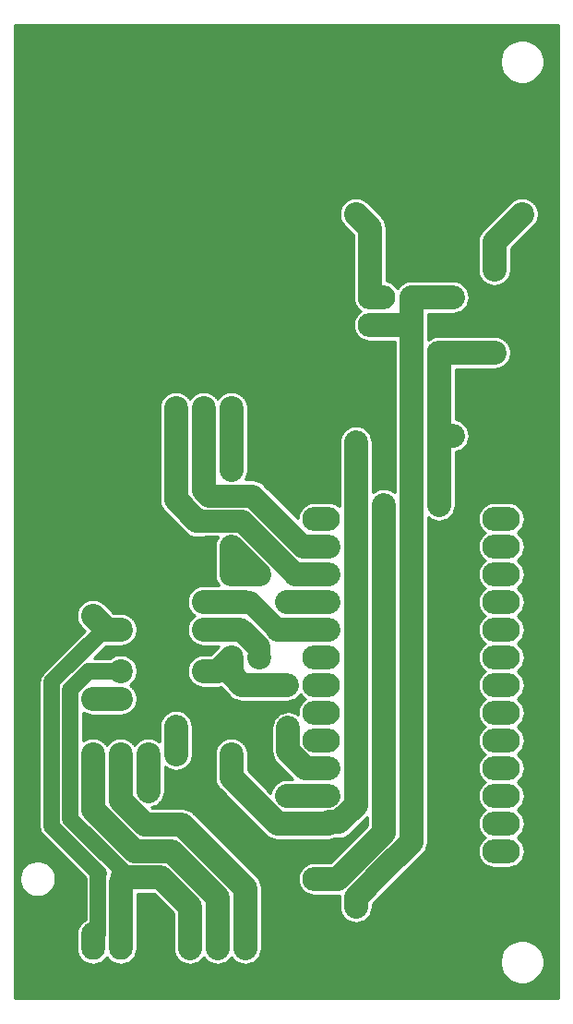
<source format=gbr>
%TF.GenerationSoftware,KiCad,Pcbnew,(5.1.6)-1*%
%TF.CreationDate,2026-02-23T13:11:28-05:00*%
%TF.ProjectId,gps_board,6770735f-626f-4617-9264-2e6b69636164,rev?*%
%TF.SameCoordinates,PX231fb30PY77e7cd0*%
%TF.FileFunction,Copper,L2,Bot*%
%TF.FilePolarity,Positive*%
%FSLAX46Y46*%
G04 Gerber Fmt 4.6, Leading zero omitted, Abs format (unit mm)*
G04 Created by KiCad (PCBNEW (5.1.6)-1) date 2026-02-23 13:11:28*
%MOMM*%
%LPD*%
G01*
G04 APERTURE LIST*
%TA.AperFunction,ComponentPad*%
%ADD10C,2.200000*%
%TD*%
%TA.AperFunction,ComponentPad*%
%ADD11C,3.300000*%
%TD*%
%TA.AperFunction,ComponentPad*%
%ADD12O,2.200000X3.470000*%
%TD*%
%TA.AperFunction,ComponentPad*%
%ADD13O,3.470000X2.200000*%
%TD*%
%TA.AperFunction,ViaPad*%
%ADD14C,2.000000*%
%TD*%
%TA.AperFunction,Conductor*%
%ADD15C,2.200000*%
%TD*%
%TA.AperFunction,Conductor*%
%ADD16C,1.500000*%
%TD*%
%TA.AperFunction,Conductor*%
%ADD17C,2.100000*%
%TD*%
%TA.AperFunction,Conductor*%
%ADD18C,2.000000*%
%TD*%
%TA.AperFunction,Conductor*%
%ADD19C,0.250000*%
%TD*%
G04 APERTURE END LIST*
D10*
%TO.P,J6,6*%
%TO.N,CANL*%
X7620000Y22860000D03*
%TO.P,J6,5*%
%TO.N,CANH*%
X10160000Y22860000D03*
%TO.P,J6,4*%
%TO.N,CTX*%
X12700000Y22860000D03*
%TO.P,J6,3*%
%TO.N,CRX*%
X15240000Y22860000D03*
%TO.P,J6,2*%
%TO.N,GND*%
X17780000Y22860000D03*
%TO.P,J6,1*%
%TO.N,+3V3*%
X20320000Y22860000D03*
%TD*%
D11*
%TO.P,J7,1*%
%TO.N,GND*%
X6360000Y55610000D03*
X26660000Y55610000D03*
X26660000Y86010000D03*
X6360000Y86010000D03*
D10*
%TO.P,J7,4*%
%TO.N,+3V3*%
X20320000Y54610000D03*
%TO.P,J7,3*%
%TO.N,TX3*%
X17780000Y54610000D03*
%TO.P,J7,2*%
%TO.N,RX3*%
X15240000Y54610000D03*
%TO.P,J7,1*%
%TO.N,GND*%
X12700000Y54610000D03*
%TD*%
%TO.P,R2,1*%
%TO.N,Net-(R2-Pad1)*%
X7620000Y27940000D03*
%TO.P,R2,2*%
%TO.N,ST1*%
X7620000Y35560000D03*
%TD*%
D12*
%TO.P,J2,1*%
%TO.N,GND*%
X5080000Y5715000D03*
%TO.P,J2,2*%
%TO.N,ST1*%
X7620000Y5715000D03*
%TO.P,J2,3*%
%TO.N,+12V*%
X10160000Y5715000D03*
%TD*%
D13*
%TO.P,U2,15*%
%TO.N,Net-(U2-Pad15)*%
X28575000Y44450000D03*
%TO.P,U2,14*%
%TO.N,Net-(U2-Pad14)*%
X45085000Y44450000D03*
%TO.P,U2,16*%
%TO.N,TX3*%
X28575000Y41910000D03*
%TO.P,U2,17*%
%TO.N,RX3*%
X28575000Y39370000D03*
%TO.P,U2,18*%
%TO.N,RX4*%
X28575000Y36830000D03*
%TO.P,U2,19*%
%TO.N,TX4*%
X28575000Y34290000D03*
%TO.P,U2,20*%
%TO.N,Net-(U2-Pad20)*%
X28575000Y31750000D03*
%TO.P,U2,21*%
%TO.N,EN_SEATALK*%
X28575000Y29210000D03*
%TO.P,U2,22*%
%TO.N,EN_NMEA200*%
X28575000Y26670000D03*
%TO.P,U2,23*%
%TO.N,Net-(U2-Pad23)*%
X28575000Y24130000D03*
%TO.P,U2,24*%
%TO.N,CRX*%
X28575000Y21590000D03*
%TO.P,U2,25*%
%TO.N,CTX*%
X28575000Y19050000D03*
%TO.P,U2,26*%
%TO.N,+3V3*%
X28575000Y16510000D03*
%TO.P,U2,27*%
%TO.N,GND*%
X28575000Y13970000D03*
%TO.P,U2,28*%
%TO.N,+5V*%
X28575000Y11430000D03*
%TO.P,U2,13*%
%TO.N,Net-(U2-Pad13)*%
X45085000Y41910000D03*
%TO.P,U2,12*%
%TO.N,Net-(U2-Pad12)*%
X45085000Y39370000D03*
%TO.P,U2,11*%
%TO.N,Net-(U2-Pad11)*%
X45085000Y36830000D03*
%TO.P,U2,10*%
%TO.N,Net-(U2-Pad10)*%
X45085000Y34290000D03*
%TO.P,U2,9*%
%TO.N,Net-(U2-Pad9)*%
X45085000Y31750000D03*
%TO.P,U2,8*%
%TO.N,Net-(U2-Pad8)*%
X45085000Y29210000D03*
%TO.P,U2,7*%
%TO.N,Net-(U2-Pad7)*%
X45085000Y26670000D03*
%TO.P,U2,6*%
%TO.N,Net-(U2-Pad6)*%
X45085000Y24130000D03*
%TO.P,U2,5*%
%TO.N,Net-(U2-Pad5)*%
X45085000Y21590000D03*
%TO.P,U2,4*%
%TO.N,Net-(U2-Pad4)*%
X45085000Y19050000D03*
%TO.P,U2,3*%
%TO.N,Net-(U2-Pad3)*%
X45085000Y16510000D03*
%TO.P,U2,2*%
%TO.N,Net-(U2-Pad2)*%
X45085000Y13970000D03*
%TO.P,U2,1*%
%TO.N,GND*%
X45085000Y11430000D03*
%TD*%
%TO.P,C1,1*%
%TO.N,+5V*%
X40005000Y52070000D03*
%TO.P,C1,2*%
%TO.N,GND*%
X44975000Y52070000D03*
%TD*%
D10*
%TO.P,D1,1*%
%TO.N,+5V*%
X44450000Y59690000D03*
%TO.P,D1,2*%
%TO.N,Net-(D1-Pad2)*%
X44450000Y67310000D03*
%TD*%
D13*
%TO.P,J3,1*%
%TO.N,Net-(J3-Pad1)*%
X33655000Y64770000D03*
%TO.P,J3,2*%
%TO.N,+12V*%
X33655000Y62230000D03*
%TD*%
%TO.P,J4,2*%
%TO.N,GND*%
X40005000Y67310000D03*
%TO.P,J4,1*%
%TO.N,+12V*%
X40005000Y64770000D03*
%TD*%
%TO.P,J5,1*%
%TO.N,+5V*%
X40005000Y59690000D03*
%TO.P,J5,2*%
%TO.N,GND*%
X40005000Y62230000D03*
%TD*%
D10*
%TO.P,M1,1*%
%TO.N,GND*%
X31750000Y81280000D03*
%TO.P,M1,2*%
X46990000Y81280000D03*
%TO.P,M1,3*%
%TO.N,Net-(D1-Pad2)*%
X46990000Y72390000D03*
%TO.P,M1,4*%
%TO.N,Net-(J3-Pad1)*%
X31750000Y72390000D03*
%TD*%
%TO.P,R1,1*%
%TO.N,+3V3*%
X20320000Y39370000D03*
%TO.P,R1,2*%
%TO.N,RX4*%
X20320000Y31750000D03*
%TD*%
%TO.P,R3,2*%
%TO.N,+3V3*%
X22860000Y39370000D03*
%TO.P,R3,1*%
%TO.N,Net-(R3-Pad1)*%
X22860000Y31750000D03*
%TD*%
%TO.P,U1,1*%
%TO.N,+12V*%
X10160000Y30480000D03*
%TO.P,U1,2*%
%TO.N,Net-(R2-Pad1)*%
X10160000Y27940000D03*
%TO.P,U1,3*%
%TO.N,GND*%
X17780000Y27940000D03*
%TO.P,U1,4*%
%TO.N,RX4*%
X17780000Y30480000D03*
%TD*%
%TO.P,U3,4*%
%TO.N,ST1*%
X10160000Y34290000D03*
%TO.P,U3,3*%
%TO.N,GND*%
X10160000Y36830000D03*
%TO.P,U3,2*%
%TO.N,TX4*%
X17780000Y36830000D03*
%TO.P,U3,1*%
%TO.N,Net-(R3-Pad1)*%
X17780000Y34290000D03*
%TD*%
D12*
%TO.P,J1,1*%
%TO.N,+12V*%
X16510000Y5715000D03*
%TO.P,J1,2*%
%TO.N,CANL*%
X19050000Y5715000D03*
%TO.P,J1,3*%
%TO.N,CANH*%
X21590000Y5715000D03*
%TO.P,J1,4*%
%TO.N,GND*%
X24130000Y5715000D03*
%TD*%
D14*
%TO.N,+5V*%
X34290000Y45720000D03*
X39370000Y45720000D03*
%TO.N,+12V*%
X31750000Y8890000D03*
X16510000Y8890000D03*
%TO.N,+3V3*%
X20320000Y41910000D03*
X20320000Y48895000D03*
X20320000Y51435000D03*
X31750000Y51435000D03*
%TO.N,CRX*%
X15240000Y25400000D03*
X25539990Y25260010D03*
%TO.N,CTX*%
X12700000Y19488252D03*
X25400000Y19050000D03*
%TO.N,RX4*%
X25400000Y29210000D03*
X25400000Y36830000D03*
%TD*%
D15*
%TO.N,+5V*%
X30064126Y11430000D02*
X34290000Y15655874D01*
X29210000Y11430000D02*
X30064126Y11430000D01*
X44450000Y59690000D02*
X39370000Y59690000D01*
X34290000Y45720000D02*
X34290000Y45720000D01*
X39370000Y45720000D02*
X39370000Y45720000D01*
X40640000Y52070000D02*
X39370000Y52070000D01*
X39370000Y52070000D02*
X39370000Y45720000D01*
X34290000Y31750000D02*
X34290000Y45720000D01*
X34290000Y15655874D02*
X34290000Y31750000D01*
X39370000Y59690000D02*
X39370000Y52070000D01*
%TO.N,Net-(D1-Pad2)*%
X46990000Y72390000D02*
X44450000Y69850000D01*
X44450000Y69850000D02*
X44450000Y67310000D01*
%TO.N,+12V*%
X16510000Y5080000D02*
X16510000Y8890000D01*
D16*
X7260849Y30480000D02*
X5569990Y28789141D01*
X10160000Y30480000D02*
X7260849Y30480000D01*
X5569990Y28789141D02*
X5569990Y16930859D01*
X10160000Y5080000D02*
X10160000Y6350000D01*
X5569990Y16930859D02*
X9980425Y12520425D01*
X9980425Y12520425D02*
X10580858Y11919992D01*
D15*
X36830000Y46990000D02*
X36830000Y63500000D01*
X36830000Y62230000D02*
X34290000Y62230000D01*
X36830000Y64770000D02*
X40640000Y64770000D01*
X36830000Y64770000D02*
X36830000Y62230000D01*
X16510000Y8890000D02*
X13830010Y11569990D01*
X10435884Y11569990D02*
X10333370Y11672504D01*
X13830010Y11569990D02*
X10435884Y11569990D01*
X10160000Y6350000D02*
X10160000Y11070849D01*
X31750000Y9721748D02*
X31750000Y8890000D01*
X36830000Y14801748D02*
X34509126Y12480874D01*
X36830000Y21590000D02*
X36830000Y14801748D01*
X36830000Y21590000D02*
X36830000Y46990000D01*
X35998252Y13970000D02*
X34509126Y12480874D01*
X34509126Y12480874D02*
X31750000Y9721748D01*
%TO.N,CANL*%
X19050000Y9744126D02*
X14824126Y13970000D01*
X19050000Y5080000D02*
X19050000Y9744126D01*
X14824126Y13970000D02*
X11430000Y13970000D01*
X11430000Y13970000D02*
X7620000Y17780000D01*
X7620000Y17780000D02*
X7620000Y22860000D01*
%TO.N,CANH*%
X10160000Y22860000D02*
X10160000Y18634126D01*
X10160000Y18634126D02*
X12424116Y16370010D01*
X12424116Y16370010D02*
X15818242Y16370010D01*
X15818242Y16370010D02*
X21590000Y10598252D01*
X21590000Y10598252D02*
X21590000Y5080000D01*
%TO.N,ST1*%
X10160000Y34290000D02*
X8890000Y34290000D01*
X8890000Y34290000D02*
X7620000Y35560000D01*
D16*
X10160000Y34290000D02*
X8666673Y34290000D01*
X8666673Y34290000D02*
X3869980Y29493308D01*
X3869980Y16226692D02*
X4865823Y15230849D01*
X3869980Y29493308D02*
X3869980Y16226692D01*
X4865823Y15230849D02*
X6839990Y13256683D01*
X6839990Y13256683D02*
X8143337Y11953336D01*
X8143337Y11953336D02*
X8109990Y11919989D01*
X8109990Y11919989D02*
X8109990Y7199141D01*
X8109990Y7199141D02*
X8109990Y6350000D01*
D15*
%TO.N,Net-(J3-Pad1)*%
X31750000Y72390000D02*
X33020000Y71120000D01*
X33020000Y71120000D02*
X33020000Y64770000D01*
%TO.N,+3V3*%
X30204116Y16649990D02*
X31750000Y18195874D01*
X29210000Y16510000D02*
X29349990Y16649990D01*
X29349990Y16649990D02*
X30204116Y16649990D01*
X20320000Y39370000D02*
X22860000Y39370000D01*
X20320000Y39370000D02*
X20320000Y41910000D01*
X20320000Y54610000D02*
X20320000Y50800000D01*
X20320000Y41910000D02*
X20320000Y41910000D01*
X20320000Y51435000D02*
X20320000Y50165000D01*
X22860000Y39370000D02*
X20320000Y41910000D01*
X20320000Y51435000D02*
X20320000Y48895000D01*
X31750000Y18195874D02*
X31750000Y46574126D01*
X24545874Y16510000D02*
X20320000Y20735874D01*
X29210000Y16510000D02*
X24545874Y16510000D01*
X20320000Y20735874D02*
X20320000Y22860000D01*
X31750000Y46574126D02*
X31750000Y51435000D01*
%TO.N,CRX*%
X15240000Y22860000D02*
X15240000Y25400000D01*
X27085874Y21590000D02*
X29210000Y21590000D01*
X25539990Y25260010D02*
X25539990Y25260010D01*
X25539990Y23135884D02*
X27085874Y21590000D01*
X15240000Y25400000D02*
X15240000Y25400000D01*
X25539990Y25260010D02*
X25539990Y23135884D01*
%TO.N,CTX*%
X12700000Y22860000D02*
X12700000Y19488252D01*
X29210000Y19050000D02*
X25400000Y19050000D01*
X12700000Y19488252D02*
X12700000Y19488252D01*
X25400000Y19050000D02*
X25400000Y19050000D01*
D16*
%TO.N,RX3*%
X29210000Y39370000D02*
X28575000Y39370000D01*
D17*
X21293407Y44260009D02*
X17590009Y44260009D01*
X23886708Y41666708D02*
X21293407Y44260009D01*
X23886708Y41666708D02*
X26183416Y39370000D01*
X25210009Y40343407D02*
X23886708Y41666708D01*
D15*
X29210000Y39370000D02*
X26183416Y39370000D01*
X17165866Y44260009D02*
X17590009Y44260009D01*
X15240000Y46185875D02*
X17165866Y44260009D01*
X15240000Y54610000D02*
X15240000Y46185875D01*
D16*
%TO.N,TX3*%
X29210000Y41910000D02*
X27580849Y41910000D01*
D17*
X26896120Y41910000D02*
X22246102Y46560018D01*
X29210000Y41910000D02*
X26896120Y41910000D01*
X22246102Y46560018D02*
X18209982Y46560018D01*
D15*
X26966832Y41910000D02*
X26931476Y41945356D01*
X29210000Y41910000D02*
X26966832Y41910000D01*
X17780000Y47040001D02*
X18209982Y46610019D01*
X17780000Y47040001D02*
X17780000Y54610000D01*
%TO.N,Net-(R2-Pad1)*%
X10160000Y27940000D02*
X7620000Y27940000D01*
%TO.N,Net-(R3-Pad1)*%
X17780000Y34290000D02*
X21151748Y34290000D01*
D18*
X22620010Y32821738D02*
X21151748Y34290000D01*
X21293169Y34290000D02*
X22860000Y32723169D01*
X21151748Y34290000D02*
X21293169Y34290000D01*
X22860000Y32723169D02*
X22860000Y31750000D01*
D15*
%TO.N,RX4*%
X29210000Y36830000D02*
X25400000Y36830000D01*
X20320000Y30194366D02*
X21304366Y29210000D01*
X20320000Y31750000D02*
X20320000Y30194366D01*
X21304366Y29210000D02*
X25400000Y29210000D01*
X25400000Y29210000D02*
X25400000Y29210000D01*
X25400000Y36830000D02*
X25400000Y36830000D01*
X17780000Y30480000D02*
X19050000Y30480000D01*
X19050000Y30480000D02*
X20320000Y31750000D01*
%TO.N,TX4*%
X29210000Y34290000D02*
X24545874Y34290000D01*
D18*
X22005874Y36830000D02*
X24545874Y34290000D01*
X21590000Y36830000D02*
X22005874Y36830000D01*
D15*
X17780000Y36830000D02*
X21590000Y36830000D01*
%TD*%
D19*
%TO.N,GND*%
G36*
X50325001Y475000D02*
G01*
X475000Y475000D01*
X475000Y11594973D01*
X865000Y11594973D01*
X865000Y11265027D01*
X929369Y10941420D01*
X1055634Y10636590D01*
X1238942Y10362249D01*
X1472249Y10128942D01*
X1746590Y9945634D01*
X2051420Y9819369D01*
X2375027Y9755000D01*
X2704973Y9755000D01*
X3028580Y9819369D01*
X3333410Y9945634D01*
X3607751Y10128942D01*
X3841058Y10362249D01*
X4024366Y10636590D01*
X4150631Y10941420D01*
X4215000Y11265027D01*
X4215000Y11594973D01*
X4150631Y11918580D01*
X4024366Y12223410D01*
X3841058Y12497751D01*
X3607751Y12731058D01*
X3333410Y12914366D01*
X3028580Y13040631D01*
X2704973Y13105000D01*
X2375027Y13105000D01*
X2051420Y13040631D01*
X1746590Y12914366D01*
X1472249Y12731058D01*
X1238942Y12497751D01*
X1055634Y12223410D01*
X929369Y11918580D01*
X865000Y11594973D01*
X475000Y11594973D01*
X475000Y29493308D01*
X2689296Y29493308D01*
X2694980Y29435596D01*
X2694981Y16284414D01*
X2689296Y16226692D01*
X2711982Y15996352D01*
X2779169Y15774864D01*
X2888277Y15570739D01*
X2998316Y15436656D01*
X2998319Y15436653D01*
X3035111Y15391822D01*
X3079942Y15355030D01*
X4075786Y14359185D01*
X4075792Y14359180D01*
X6049953Y12385019D01*
X6049958Y12385015D01*
X6934990Y11499982D01*
X6934991Y7713034D01*
X6768656Y7624126D01*
X6536445Y7433555D01*
X6345874Y7201343D01*
X6204267Y6936415D01*
X6117066Y6648951D01*
X6095000Y6424910D01*
X6095000Y5005089D01*
X6117066Y4781048D01*
X6204267Y4493584D01*
X6345875Y4228656D01*
X6536446Y3996445D01*
X6768657Y3805874D01*
X7033585Y3664267D01*
X7321049Y3577066D01*
X7620000Y3547622D01*
X7918952Y3577066D01*
X8206416Y3664267D01*
X8471344Y3805874D01*
X8703555Y3996445D01*
X8890001Y4223629D01*
X9076446Y3996445D01*
X9308657Y3805874D01*
X9573585Y3664267D01*
X9861049Y3577066D01*
X10160000Y3547622D01*
X10458952Y3577066D01*
X10746416Y3664267D01*
X11011344Y3805874D01*
X11243555Y3996445D01*
X11434126Y4228656D01*
X11575733Y4493584D01*
X11662934Y4781048D01*
X11685000Y5005089D01*
X11685000Y10044990D01*
X13198336Y10044990D01*
X14985001Y8258324D01*
X14985000Y6424914D01*
X14985000Y5005089D01*
X15007066Y4781048D01*
X15094267Y4493584D01*
X15169958Y4351977D01*
X15235874Y4228657D01*
X15426445Y3996445D01*
X15658656Y3805874D01*
X15923584Y3664267D01*
X16211048Y3577066D01*
X16510000Y3547622D01*
X16808952Y3577066D01*
X17096416Y3664267D01*
X17361344Y3805874D01*
X17593555Y3996445D01*
X17780000Y4223629D01*
X17966445Y3996445D01*
X18198656Y3805874D01*
X18463584Y3664267D01*
X18751048Y3577066D01*
X19050000Y3547622D01*
X19348952Y3577066D01*
X19636416Y3664267D01*
X19901344Y3805874D01*
X20133555Y3996445D01*
X20320001Y4223629D01*
X20506446Y3996445D01*
X20738657Y3805874D01*
X21003585Y3664267D01*
X21291049Y3577066D01*
X21590000Y3547622D01*
X21888952Y3577066D01*
X22176416Y3664267D01*
X22441344Y3805874D01*
X22673555Y3996445D01*
X22684223Y4009445D01*
X44965000Y4009445D01*
X44965000Y3610555D01*
X45042820Y3219329D01*
X45195468Y2850803D01*
X45417080Y2519138D01*
X45699138Y2237080D01*
X46030803Y2015468D01*
X46399329Y1862820D01*
X46790555Y1785000D01*
X47189445Y1785000D01*
X47580671Y1862820D01*
X47949197Y2015468D01*
X48280862Y2237080D01*
X48562920Y2519138D01*
X48784532Y2850803D01*
X48937180Y3219329D01*
X49015000Y3610555D01*
X49015000Y4009445D01*
X48937180Y4400671D01*
X48784532Y4769197D01*
X48562920Y5100862D01*
X48280862Y5382920D01*
X47949197Y5604532D01*
X47580671Y5757180D01*
X47189445Y5835000D01*
X46790555Y5835000D01*
X46399329Y5757180D01*
X46030803Y5604532D01*
X45699138Y5382920D01*
X45417080Y5100862D01*
X45195468Y4769197D01*
X45042820Y4400671D01*
X44965000Y4009445D01*
X22684223Y4009445D01*
X22864126Y4228656D01*
X23005733Y4493584D01*
X23092934Y4781048D01*
X23115000Y5005089D01*
X23115000Y10523353D01*
X23122377Y10598253D01*
X23115000Y10673153D01*
X23115000Y10673163D01*
X23092934Y10897204D01*
X23005733Y11184668D01*
X22864126Y11449596D01*
X22673555Y11681807D01*
X22615369Y11729559D01*
X16949559Y17395367D01*
X16901797Y17453565D01*
X16669586Y17644136D01*
X16404658Y17785743D01*
X16117194Y17872944D01*
X15893153Y17895010D01*
X15818242Y17902388D01*
X15743331Y17895010D01*
X13055792Y17895010D01*
X12968484Y17982317D01*
X12998952Y17985318D01*
X13286416Y18072519D01*
X13551344Y18214126D01*
X13783555Y18404697D01*
X13974126Y18636908D01*
X14115733Y18901836D01*
X14202934Y19189300D01*
X14225000Y19413341D01*
X14232378Y19488252D01*
X14225000Y19563163D01*
X14225000Y21718324D01*
X14267869Y21675455D01*
X14330468Y21633627D01*
X14388656Y21585874D01*
X14455042Y21550390D01*
X14517642Y21508562D01*
X14587198Y21479751D01*
X14653584Y21444267D01*
X14725619Y21422415D01*
X14795174Y21393605D01*
X14869013Y21378917D01*
X14941048Y21357066D01*
X15015960Y21349688D01*
X15089801Y21335000D01*
X15165089Y21335000D01*
X15240000Y21327622D01*
X15314910Y21335000D01*
X15390199Y21335000D01*
X15464040Y21349688D01*
X15538951Y21357066D01*
X15610984Y21378917D01*
X15684826Y21393605D01*
X15754384Y21422417D01*
X15826415Y21444267D01*
X15892798Y21479749D01*
X15962358Y21508562D01*
X16024962Y21550392D01*
X16091343Y21585874D01*
X16149528Y21633625D01*
X16212131Y21675455D01*
X16265370Y21728694D01*
X16323555Y21776445D01*
X16371308Y21834632D01*
X16424545Y21887869D01*
X16466373Y21950468D01*
X16514126Y22008656D01*
X16549610Y22075042D01*
X16591438Y22137642D01*
X16620249Y22207198D01*
X16655733Y22273584D01*
X16677585Y22345619D01*
X16706395Y22415174D01*
X16721083Y22489013D01*
X16742934Y22561048D01*
X16750312Y22635960D01*
X16765000Y22709801D01*
X16765000Y25325089D01*
X16772378Y25400000D01*
X16742934Y25698952D01*
X16655733Y25986416D01*
X16514126Y26251344D01*
X16323555Y26483555D01*
X16091344Y26674126D01*
X15826416Y26815733D01*
X15538952Y26902934D01*
X15314911Y26925000D01*
X15240000Y26932378D01*
X15165090Y26925000D01*
X15165089Y26925000D01*
X14941048Y26902934D01*
X14653584Y26815733D01*
X14388656Y26674126D01*
X14156445Y26483555D01*
X13965874Y26251344D01*
X13824267Y25986416D01*
X13737066Y25698952D01*
X13707622Y25400000D01*
X13715001Y25325080D01*
X13715000Y24001676D01*
X13672131Y24044545D01*
X13609528Y24086375D01*
X13551343Y24134126D01*
X13484962Y24169608D01*
X13422358Y24211438D01*
X13352798Y24240251D01*
X13286415Y24275733D01*
X13214384Y24297583D01*
X13144826Y24326395D01*
X13070984Y24341083D01*
X12998951Y24362934D01*
X12924040Y24370312D01*
X12850199Y24385000D01*
X12774910Y24385000D01*
X12700000Y24392378D01*
X12625089Y24385000D01*
X12549801Y24385000D01*
X12475960Y24370312D01*
X12401048Y24362934D01*
X12329013Y24341083D01*
X12255174Y24326395D01*
X12185619Y24297585D01*
X12113584Y24275733D01*
X12047198Y24240249D01*
X11977642Y24211438D01*
X11915042Y24169610D01*
X11848656Y24134126D01*
X11790468Y24086373D01*
X11727869Y24044545D01*
X11674632Y23991308D01*
X11616445Y23943555D01*
X11568694Y23885370D01*
X11515455Y23832131D01*
X11473625Y23769528D01*
X11430000Y23716371D01*
X11386373Y23769532D01*
X11344545Y23832131D01*
X11291308Y23885368D01*
X11243555Y23943555D01*
X11185370Y23991306D01*
X11132131Y24044545D01*
X11069528Y24086375D01*
X11011343Y24134126D01*
X10944962Y24169608D01*
X10882358Y24211438D01*
X10812798Y24240251D01*
X10746415Y24275733D01*
X10674384Y24297583D01*
X10604826Y24326395D01*
X10530984Y24341083D01*
X10458951Y24362934D01*
X10384040Y24370312D01*
X10310199Y24385000D01*
X10234910Y24385000D01*
X10160000Y24392378D01*
X10085089Y24385000D01*
X10009801Y24385000D01*
X9935960Y24370312D01*
X9861048Y24362934D01*
X9789013Y24341083D01*
X9715174Y24326395D01*
X9645619Y24297585D01*
X9573584Y24275733D01*
X9507198Y24240249D01*
X9437642Y24211438D01*
X9375042Y24169610D01*
X9308656Y24134126D01*
X9250468Y24086373D01*
X9187869Y24044545D01*
X9134632Y23991308D01*
X9076445Y23943555D01*
X9028694Y23885370D01*
X8975455Y23832131D01*
X8933625Y23769528D01*
X8890000Y23716371D01*
X8846373Y23769532D01*
X8804545Y23832131D01*
X8751308Y23885368D01*
X8703555Y23943555D01*
X8645368Y23991308D01*
X8592131Y24044545D01*
X8529532Y24086373D01*
X8471344Y24134126D01*
X8404958Y24169610D01*
X8342358Y24211438D01*
X8272802Y24240249D01*
X8206416Y24275733D01*
X8134381Y24297585D01*
X8064826Y24326395D01*
X7990987Y24341083D01*
X7918952Y24362934D01*
X7844040Y24370312D01*
X7770199Y24385000D01*
X7694911Y24385000D01*
X7620000Y24392378D01*
X7545090Y24385000D01*
X7469801Y24385000D01*
X7395960Y24370312D01*
X7321049Y24362934D01*
X7249016Y24341083D01*
X7175174Y24326395D01*
X7105616Y24297583D01*
X7033585Y24275733D01*
X6967202Y24240251D01*
X6897642Y24211438D01*
X6835038Y24169608D01*
X6768657Y24134126D01*
X6744990Y24114703D01*
X6744990Y26685296D01*
X6768656Y26665874D01*
X6835042Y26630390D01*
X6897642Y26588562D01*
X6967198Y26559751D01*
X7033584Y26524267D01*
X7105619Y26502415D01*
X7175174Y26473605D01*
X7249013Y26458917D01*
X7321048Y26437066D01*
X7395960Y26429688D01*
X7469801Y26415000D01*
X10310199Y26415000D01*
X10384040Y26429688D01*
X10458952Y26437066D01*
X10530987Y26458917D01*
X10604826Y26473605D01*
X10674381Y26502415D01*
X10746416Y26524267D01*
X10812802Y26559751D01*
X10882358Y26588562D01*
X10944958Y26630390D01*
X11011344Y26665874D01*
X11069532Y26713627D01*
X11132131Y26755455D01*
X11185368Y26808692D01*
X11243555Y26856445D01*
X11291308Y26914632D01*
X11344545Y26967869D01*
X11386373Y27030468D01*
X11434126Y27088656D01*
X11469610Y27155042D01*
X11511438Y27217642D01*
X11540249Y27287198D01*
X11575733Y27353584D01*
X11597585Y27425619D01*
X11626395Y27495174D01*
X11641083Y27569013D01*
X11662934Y27641048D01*
X11670312Y27715960D01*
X11685000Y27789801D01*
X11685000Y27865089D01*
X11692378Y27940000D01*
X11685000Y28014911D01*
X11685000Y28090199D01*
X11670312Y28164040D01*
X11662934Y28238952D01*
X11641083Y28310987D01*
X11626395Y28384826D01*
X11597585Y28454381D01*
X11575733Y28526416D01*
X11540249Y28592802D01*
X11511438Y28662358D01*
X11469610Y28724958D01*
X11434126Y28791344D01*
X11386373Y28849532D01*
X11344545Y28912131D01*
X11291308Y28965368D01*
X11243555Y29023555D01*
X11185368Y29071308D01*
X11132131Y29124545D01*
X11069532Y29166373D01*
X11011344Y29214126D01*
X11010827Y29214402D01*
X11132131Y29295455D01*
X11344545Y29507869D01*
X11511438Y29757642D01*
X11626395Y30035174D01*
X11685000Y30329801D01*
X11685000Y30630199D01*
X11626395Y30924826D01*
X11511438Y31202358D01*
X11344545Y31452131D01*
X11132131Y31664545D01*
X10882358Y31831438D01*
X10604826Y31946395D01*
X10310199Y32005000D01*
X10009801Y32005000D01*
X9715174Y31946395D01*
X9437642Y31831438D01*
X9187869Y31664545D01*
X9178324Y31655000D01*
X7693373Y31655000D01*
X8804424Y32766050D01*
X8889999Y32757622D01*
X8964910Y32765000D01*
X10310199Y32765000D01*
X10384040Y32779688D01*
X10458952Y32787066D01*
X10530987Y32808917D01*
X10604826Y32823605D01*
X10674381Y32852415D01*
X10746416Y32874267D01*
X10812802Y32909751D01*
X10882358Y32938562D01*
X10944958Y32980390D01*
X11011344Y33015874D01*
X11069532Y33063627D01*
X11132131Y33105455D01*
X11185369Y33158693D01*
X11243555Y33206445D01*
X11291308Y33264632D01*
X11344545Y33317869D01*
X11386373Y33380468D01*
X11434126Y33438656D01*
X11469610Y33505042D01*
X11511438Y33567642D01*
X11540249Y33637198D01*
X11575733Y33703584D01*
X11597585Y33775619D01*
X11626395Y33845174D01*
X11641083Y33919013D01*
X11662934Y33991048D01*
X11670312Y34065960D01*
X11685000Y34139801D01*
X11685000Y34215089D01*
X11692378Y34290000D01*
X11685000Y34364911D01*
X11685000Y34440199D01*
X11670312Y34514040D01*
X11662934Y34588952D01*
X11641083Y34660987D01*
X11626395Y34734826D01*
X11597585Y34804381D01*
X11575733Y34876416D01*
X11540249Y34942802D01*
X11511438Y35012358D01*
X11469610Y35074958D01*
X11434126Y35141344D01*
X11386373Y35199532D01*
X11344545Y35262131D01*
X11291308Y35315368D01*
X11243555Y35373555D01*
X11185368Y35421308D01*
X11132131Y35474545D01*
X11069532Y35516373D01*
X11011344Y35564126D01*
X10944958Y35599610D01*
X10882358Y35641438D01*
X10812802Y35670249D01*
X10746416Y35705733D01*
X10674381Y35727585D01*
X10604826Y35756395D01*
X10530987Y35771083D01*
X10458952Y35792934D01*
X10384040Y35800312D01*
X10310199Y35815000D01*
X9521675Y35815000D01*
X8804549Y36532125D01*
X8804545Y36532131D01*
X8592131Y36744545D01*
X8529520Y36786380D01*
X8471343Y36834125D01*
X8404967Y36869604D01*
X8342358Y36911438D01*
X8272796Y36940252D01*
X8206415Y36975733D01*
X8134383Y36997584D01*
X8064826Y37026395D01*
X7990986Y37041083D01*
X7918952Y37062934D01*
X7844040Y37070312D01*
X7770199Y37085000D01*
X7694911Y37085000D01*
X7620000Y37092378D01*
X7545089Y37085000D01*
X7469801Y37085000D01*
X7395960Y37070312D01*
X7321048Y37062934D01*
X7249014Y37041083D01*
X7175174Y37026395D01*
X7105617Y36997584D01*
X7033585Y36975733D01*
X6967204Y36940252D01*
X6897642Y36911438D01*
X6835033Y36869604D01*
X6768657Y36834125D01*
X6710480Y36786381D01*
X6647869Y36744545D01*
X6594621Y36691297D01*
X6536446Y36643554D01*
X6488703Y36585379D01*
X6435455Y36532131D01*
X6393619Y36469520D01*
X6345875Y36411343D01*
X6310396Y36344967D01*
X6268562Y36282358D01*
X6239748Y36212796D01*
X6204267Y36146415D01*
X6182416Y36074383D01*
X6153605Y36004826D01*
X6138917Y35930986D01*
X6117066Y35858952D01*
X6109688Y35784040D01*
X6095000Y35710199D01*
X6095000Y35634911D01*
X6087622Y35560000D01*
X6095000Y35485089D01*
X6095000Y35409801D01*
X6109688Y35335960D01*
X6117066Y35261048D01*
X6138917Y35189014D01*
X6153605Y35115174D01*
X6182416Y35045617D01*
X6204267Y34973585D01*
X6239748Y34907204D01*
X6268562Y34837642D01*
X6310396Y34775033D01*
X6345875Y34708657D01*
X6393620Y34650480D01*
X6435455Y34587869D01*
X6647869Y34375455D01*
X6647875Y34375451D01*
X6869149Y34154177D01*
X3079947Y30364975D01*
X3035110Y30328178D01*
X2888276Y30149260D01*
X2792366Y29969826D01*
X2779169Y29945136D01*
X2742438Y29824047D01*
X2711982Y29723647D01*
X2694980Y29551027D01*
X2694980Y29551020D01*
X2689296Y29493308D01*
X475000Y29493308D01*
X475000Y46185875D01*
X13707622Y46185875D01*
X13737066Y45886923D01*
X13824267Y45599460D01*
X13824268Y45599459D01*
X13965875Y45334531D01*
X14156446Y45102320D01*
X14214638Y45054563D01*
X16034558Y43234641D01*
X16082311Y43176454D01*
X16314522Y42985883D01*
X16579450Y42844276D01*
X16866914Y42757075D01*
X17165866Y42727631D01*
X17240777Y42735009D01*
X17664920Y42735009D01*
X17888961Y42757075D01*
X17981047Y42785009D01*
X19065295Y42785009D01*
X19045874Y42761344D01*
X18904267Y42496416D01*
X18817066Y42208952D01*
X18787622Y41910000D01*
X18795001Y41835080D01*
X18795000Y39520199D01*
X18795000Y39444911D01*
X18787622Y39370000D01*
X18795000Y39295090D01*
X18795000Y39219801D01*
X18809688Y39145960D01*
X18817066Y39071048D01*
X18838917Y38999013D01*
X18853605Y38925174D01*
X18882415Y38855619D01*
X18904267Y38783584D01*
X18939751Y38717198D01*
X18968562Y38647642D01*
X19010390Y38585042D01*
X19045874Y38518656D01*
X19093627Y38460468D01*
X19135455Y38397869D01*
X19178324Y38355000D01*
X17629801Y38355000D01*
X17555960Y38340312D01*
X17481048Y38332934D01*
X17409013Y38311083D01*
X17335174Y38296395D01*
X17265619Y38267585D01*
X17193584Y38245733D01*
X17127198Y38210249D01*
X17057642Y38181438D01*
X16995042Y38139610D01*
X16928656Y38104126D01*
X16870468Y38056373D01*
X16807869Y38014545D01*
X16754632Y37961308D01*
X16696445Y37913555D01*
X16648692Y37855368D01*
X16595455Y37802131D01*
X16553627Y37739532D01*
X16505874Y37681344D01*
X16470390Y37614958D01*
X16428562Y37552358D01*
X16399751Y37482802D01*
X16364267Y37416416D01*
X16342415Y37344381D01*
X16313605Y37274826D01*
X16298917Y37200987D01*
X16277066Y37128952D01*
X16269688Y37054040D01*
X16255000Y36980199D01*
X16255000Y36904911D01*
X16247622Y36830000D01*
X16255000Y36755089D01*
X16255000Y36679801D01*
X16269688Y36605960D01*
X16277066Y36531048D01*
X16298917Y36459013D01*
X16313605Y36385174D01*
X16342415Y36315619D01*
X16364267Y36243584D01*
X16399751Y36177198D01*
X16428562Y36107642D01*
X16470390Y36045042D01*
X16505874Y35978656D01*
X16553627Y35920468D01*
X16595455Y35857869D01*
X16648692Y35804632D01*
X16696445Y35746445D01*
X16754632Y35698692D01*
X16807869Y35645455D01*
X16870468Y35603627D01*
X16923628Y35560000D01*
X16870468Y35516373D01*
X16807869Y35474545D01*
X16754632Y35421308D01*
X16696445Y35373555D01*
X16648692Y35315368D01*
X16595455Y35262131D01*
X16553627Y35199532D01*
X16505874Y35141344D01*
X16470390Y35074958D01*
X16428562Y35012358D01*
X16399751Y34942802D01*
X16364267Y34876416D01*
X16342415Y34804381D01*
X16313605Y34734826D01*
X16298917Y34660987D01*
X16277066Y34588952D01*
X16269688Y34514040D01*
X16255000Y34440199D01*
X16255000Y34364911D01*
X16247622Y34290000D01*
X16255000Y34215089D01*
X16255000Y34139801D01*
X16269688Y34065960D01*
X16277066Y33991048D01*
X16298917Y33919013D01*
X16313605Y33845174D01*
X16342415Y33775619D01*
X16364267Y33703584D01*
X16399751Y33637198D01*
X16428562Y33567642D01*
X16470390Y33505042D01*
X16505874Y33438656D01*
X16553627Y33380468D01*
X16595455Y33317869D01*
X16648692Y33264632D01*
X16696445Y33206445D01*
X16754631Y33158693D01*
X16807869Y33105455D01*
X16870468Y33063627D01*
X16928656Y33015874D01*
X16995042Y32980390D01*
X17057642Y32938562D01*
X17127198Y32909751D01*
X17193584Y32874267D01*
X17265619Y32852415D01*
X17335174Y32823605D01*
X17409013Y32808917D01*
X17481048Y32787066D01*
X17555960Y32779688D01*
X17629801Y32765000D01*
X19178324Y32765000D01*
X19135455Y32722131D01*
X19135453Y32722128D01*
X18418326Y32005000D01*
X17629801Y32005000D01*
X17555960Y31990312D01*
X17481048Y31982934D01*
X17409013Y31961083D01*
X17335174Y31946395D01*
X17265619Y31917585D01*
X17193584Y31895733D01*
X17127198Y31860249D01*
X17057642Y31831438D01*
X16995042Y31789610D01*
X16928656Y31754126D01*
X16870468Y31706373D01*
X16807869Y31664545D01*
X16754632Y31611308D01*
X16696445Y31563555D01*
X16648692Y31505368D01*
X16595455Y31452131D01*
X16553627Y31389532D01*
X16505874Y31331344D01*
X16470390Y31264958D01*
X16428562Y31202358D01*
X16399751Y31132802D01*
X16364267Y31066416D01*
X16342415Y30994381D01*
X16313605Y30924826D01*
X16298917Y30850987D01*
X16277066Y30778952D01*
X16269688Y30704040D01*
X16255000Y30630199D01*
X16255000Y30554911D01*
X16247622Y30480000D01*
X16255000Y30405089D01*
X16255000Y30329801D01*
X16269688Y30255960D01*
X16277066Y30181048D01*
X16298917Y30109013D01*
X16313605Y30035174D01*
X16342415Y29965619D01*
X16364267Y29893584D01*
X16399751Y29827198D01*
X16428562Y29757642D01*
X16470390Y29695042D01*
X16505874Y29628656D01*
X16553627Y29570468D01*
X16595455Y29507869D01*
X16648692Y29454632D01*
X16696445Y29396445D01*
X16754631Y29348693D01*
X16807869Y29295455D01*
X16870468Y29253627D01*
X16928656Y29205874D01*
X16995042Y29170390D01*
X17057642Y29128562D01*
X17127198Y29099751D01*
X17193584Y29064267D01*
X17265619Y29042415D01*
X17335174Y29013605D01*
X17409013Y28998917D01*
X17481048Y28977066D01*
X17555960Y28969688D01*
X17629801Y28955000D01*
X18975089Y28955000D01*
X19050000Y28947622D01*
X19348952Y28977066D01*
X19373254Y28984438D01*
X20173053Y28184638D01*
X20220811Y28126445D01*
X20453022Y27935874D01*
X20632835Y27839762D01*
X20717950Y27794267D01*
X21005414Y27707066D01*
X21304366Y27677622D01*
X21379277Y27685000D01*
X25474911Y27685000D01*
X25698952Y27707066D01*
X25986416Y27794267D01*
X26251344Y27935874D01*
X26483555Y28126445D01*
X26670000Y28353628D01*
X26856445Y28126445D01*
X27083628Y27940000D01*
X26856445Y27753555D01*
X26665874Y27521344D01*
X26524267Y27256416D01*
X26437066Y26968952D01*
X26407622Y26670000D01*
X26423612Y26507646D01*
X26391334Y26534136D01*
X26126406Y26675743D01*
X25838942Y26762944D01*
X25614901Y26785010D01*
X25614900Y26785010D01*
X25539990Y26792388D01*
X25465079Y26785010D01*
X25241038Y26762944D01*
X24953574Y26675743D01*
X24688646Y26534136D01*
X24456435Y26343565D01*
X24265864Y26111354D01*
X24124257Y25846426D01*
X24037056Y25558962D01*
X24007612Y25260010D01*
X24014990Y25185099D01*
X24014991Y23210804D01*
X24007612Y23135884D01*
X24037056Y22836932D01*
X24124257Y22549469D01*
X24124258Y22549468D01*
X24265865Y22284540D01*
X24456436Y22052329D01*
X24514628Y22004572D01*
X25944199Y20575000D01*
X25325089Y20575000D01*
X25101048Y20552934D01*
X24813584Y20465733D01*
X24548656Y20324126D01*
X24316445Y20133555D01*
X24125874Y19901344D01*
X23984267Y19636416D01*
X23897066Y19348952D01*
X23894065Y19318483D01*
X21845000Y21367548D01*
X21845000Y23010199D01*
X21830312Y23084040D01*
X21822934Y23158952D01*
X21801083Y23230987D01*
X21786395Y23304826D01*
X21757585Y23374381D01*
X21735733Y23446416D01*
X21700249Y23512802D01*
X21671438Y23582358D01*
X21629610Y23644958D01*
X21594126Y23711344D01*
X21546373Y23769532D01*
X21504545Y23832131D01*
X21451308Y23885368D01*
X21403555Y23943555D01*
X21345368Y23991308D01*
X21292131Y24044545D01*
X21229532Y24086373D01*
X21171344Y24134126D01*
X21104958Y24169610D01*
X21042358Y24211438D01*
X20972802Y24240249D01*
X20906416Y24275733D01*
X20834381Y24297585D01*
X20764826Y24326395D01*
X20690987Y24341083D01*
X20618952Y24362934D01*
X20544040Y24370312D01*
X20470199Y24385000D01*
X20394911Y24385000D01*
X20320000Y24392378D01*
X20245090Y24385000D01*
X20169801Y24385000D01*
X20095960Y24370312D01*
X20021049Y24362934D01*
X19949016Y24341083D01*
X19875174Y24326395D01*
X19805616Y24297583D01*
X19733585Y24275733D01*
X19667202Y24240251D01*
X19597642Y24211438D01*
X19535038Y24169608D01*
X19468657Y24134126D01*
X19410474Y24086376D01*
X19347869Y24044545D01*
X19294627Y23991303D01*
X19236446Y23943555D01*
X19188698Y23885374D01*
X19135455Y23832131D01*
X19093623Y23769525D01*
X19045875Y23711344D01*
X19010395Y23644965D01*
X18968562Y23582358D01*
X18939748Y23512794D01*
X18904268Y23446416D01*
X18882419Y23374390D01*
X18853605Y23304826D01*
X18838916Y23230977D01*
X18817067Y23158952D01*
X18809690Y23084049D01*
X18795000Y23010199D01*
X18795000Y22709801D01*
X18795001Y22709796D01*
X18795000Y20810785D01*
X18787622Y20735874D01*
X18817066Y20436922D01*
X18846590Y20339596D01*
X18904267Y20149459D01*
X19045874Y19884531D01*
X19236445Y19652319D01*
X19294643Y19604557D01*
X23414562Y15484637D01*
X23462319Y15426445D01*
X23694530Y15235874D01*
X23959458Y15094267D01*
X24180016Y15027362D01*
X24246921Y15007066D01*
X24274912Y15004309D01*
X24470963Y14985000D01*
X24470970Y14985000D01*
X24545873Y14977623D01*
X24620776Y14985000D01*
X29135089Y14985000D01*
X29210000Y14977622D01*
X29390180Y14995368D01*
X29508952Y15007066D01*
X29796416Y15094267D01*
X29853895Y15124990D01*
X30129205Y15124990D01*
X30204116Y15117612D01*
X30503068Y15147056D01*
X30790532Y15234257D01*
X31055460Y15375864D01*
X31287671Y15566435D01*
X31335432Y15624632D01*
X32765000Y17054199D01*
X32765000Y16287549D01*
X29432452Y12955000D01*
X27865089Y12955000D01*
X27641048Y12932934D01*
X27353584Y12845733D01*
X27088656Y12704126D01*
X26856445Y12513555D01*
X26665874Y12281344D01*
X26524267Y12016416D01*
X26437066Y11728952D01*
X26407622Y11430000D01*
X26437066Y11131048D01*
X26524267Y10843584D01*
X26665874Y10578656D01*
X26856445Y10346445D01*
X27088656Y10155874D01*
X27353584Y10014267D01*
X27641048Y9927066D01*
X27865089Y9905000D01*
X29989215Y9905000D01*
X30064126Y9897622D01*
X30236617Y9914611D01*
X30217622Y9721748D01*
X30225000Y9646837D01*
X30225000Y8815089D01*
X30247066Y8591048D01*
X30334267Y8303584D01*
X30475874Y8038656D01*
X30666446Y7806445D01*
X30898657Y7615874D01*
X31163585Y7474267D01*
X31451049Y7387066D01*
X31750000Y7357622D01*
X32048952Y7387066D01*
X32336416Y7474267D01*
X32601344Y7615874D01*
X32833555Y7806445D01*
X33024126Y8038656D01*
X33165733Y8303584D01*
X33252934Y8591048D01*
X33275000Y8815090D01*
X33275000Y9090074D01*
X35640433Y11455505D01*
X35640442Y11455516D01*
X36138263Y11953337D01*
X37855368Y13670440D01*
X37913555Y13718193D01*
X38104126Y13950404D01*
X38245733Y14215332D01*
X38332934Y14502796D01*
X38355000Y14726837D01*
X38355000Y14726847D01*
X38362377Y14801747D01*
X38355000Y14876647D01*
X38355000Y44580183D01*
X38518656Y44445874D01*
X38783584Y44304267D01*
X39071048Y44217066D01*
X39295089Y44195000D01*
X39295090Y44195000D01*
X39370000Y44187622D01*
X39668952Y44217066D01*
X39956416Y44304267D01*
X40221344Y44445874D01*
X40226371Y44450000D01*
X42917622Y44450000D01*
X42947066Y44151048D01*
X43034267Y43863584D01*
X43175874Y43598656D01*
X43366445Y43366445D01*
X43593628Y43180000D01*
X43366445Y42993555D01*
X43175874Y42761344D01*
X43034267Y42496416D01*
X42947066Y42208952D01*
X42917622Y41910000D01*
X42947066Y41611048D01*
X43034267Y41323584D01*
X43175874Y41058656D01*
X43366445Y40826445D01*
X43593628Y40640000D01*
X43366445Y40453555D01*
X43175874Y40221344D01*
X43034267Y39956416D01*
X42947066Y39668952D01*
X42917622Y39370000D01*
X42947066Y39071048D01*
X43034267Y38783584D01*
X43175874Y38518656D01*
X43366445Y38286445D01*
X43593628Y38100000D01*
X43366445Y37913555D01*
X43175874Y37681344D01*
X43034267Y37416416D01*
X42947066Y37128952D01*
X42917622Y36830000D01*
X42947066Y36531048D01*
X43034267Y36243584D01*
X43175874Y35978656D01*
X43366445Y35746445D01*
X43593628Y35560000D01*
X43366445Y35373555D01*
X43175874Y35141344D01*
X43034267Y34876416D01*
X42947066Y34588952D01*
X42917622Y34290000D01*
X42947066Y33991048D01*
X43034267Y33703584D01*
X43175874Y33438656D01*
X43366445Y33206445D01*
X43593628Y33020000D01*
X43366445Y32833555D01*
X43175874Y32601344D01*
X43034267Y32336416D01*
X42947066Y32048952D01*
X42917622Y31750000D01*
X42947066Y31451048D01*
X43034267Y31163584D01*
X43175874Y30898656D01*
X43366445Y30666445D01*
X43593628Y30480000D01*
X43366445Y30293555D01*
X43175874Y30061344D01*
X43034267Y29796416D01*
X42947066Y29508952D01*
X42917622Y29210000D01*
X42947066Y28911048D01*
X43034267Y28623584D01*
X43175874Y28358656D01*
X43366445Y28126445D01*
X43593628Y27940000D01*
X43366445Y27753555D01*
X43175874Y27521344D01*
X43034267Y27256416D01*
X42947066Y26968952D01*
X42917622Y26670000D01*
X42947066Y26371048D01*
X43034267Y26083584D01*
X43175874Y25818656D01*
X43366445Y25586445D01*
X43593628Y25400000D01*
X43366445Y25213555D01*
X43175874Y24981344D01*
X43034267Y24716416D01*
X42947066Y24428952D01*
X42917622Y24130000D01*
X42947066Y23831048D01*
X43034267Y23543584D01*
X43175874Y23278656D01*
X43366445Y23046445D01*
X43593628Y22860000D01*
X43366445Y22673555D01*
X43175874Y22441344D01*
X43034267Y22176416D01*
X42947066Y21888952D01*
X42917622Y21590000D01*
X42947066Y21291048D01*
X43034267Y21003584D01*
X43175874Y20738656D01*
X43366445Y20506445D01*
X43593628Y20320000D01*
X43366445Y20133555D01*
X43175874Y19901344D01*
X43034267Y19636416D01*
X42947066Y19348952D01*
X42917622Y19050000D01*
X42947066Y18751048D01*
X43034267Y18463584D01*
X43175874Y18198656D01*
X43366445Y17966445D01*
X43593628Y17780000D01*
X43366445Y17593555D01*
X43175874Y17361344D01*
X43034267Y17096416D01*
X42947066Y16808952D01*
X42917622Y16510000D01*
X42947066Y16211048D01*
X43034267Y15923584D01*
X43175874Y15658656D01*
X43366445Y15426445D01*
X43593628Y15240000D01*
X43366445Y15053555D01*
X43175874Y14821344D01*
X43034267Y14556416D01*
X42947066Y14268952D01*
X42917622Y13970000D01*
X42947066Y13671048D01*
X43034267Y13383584D01*
X43175874Y13118656D01*
X43366445Y12886445D01*
X43598656Y12695874D01*
X43863584Y12554267D01*
X44151048Y12467066D01*
X44375089Y12445000D01*
X45794911Y12445000D01*
X46018952Y12467066D01*
X46306416Y12554267D01*
X46571344Y12695874D01*
X46803555Y12886445D01*
X46994126Y13118656D01*
X47135733Y13383584D01*
X47222934Y13671048D01*
X47252378Y13970000D01*
X47222934Y14268952D01*
X47135733Y14556416D01*
X46994126Y14821344D01*
X46803555Y15053555D01*
X46576372Y15240000D01*
X46803555Y15426445D01*
X46994126Y15658656D01*
X47135733Y15923584D01*
X47222934Y16211048D01*
X47252378Y16510000D01*
X47222934Y16808952D01*
X47135733Y17096416D01*
X46994126Y17361344D01*
X46803555Y17593555D01*
X46576372Y17780000D01*
X46803555Y17966445D01*
X46994126Y18198656D01*
X47135733Y18463584D01*
X47222934Y18751048D01*
X47252378Y19050000D01*
X47222934Y19348952D01*
X47135733Y19636416D01*
X46994126Y19901344D01*
X46803555Y20133555D01*
X46576372Y20320000D01*
X46803555Y20506445D01*
X46994126Y20738656D01*
X47135733Y21003584D01*
X47222934Y21291048D01*
X47252378Y21590000D01*
X47222934Y21888952D01*
X47135733Y22176416D01*
X46994126Y22441344D01*
X46803555Y22673555D01*
X46576372Y22860000D01*
X46803555Y23046445D01*
X46994126Y23278656D01*
X47135733Y23543584D01*
X47222934Y23831048D01*
X47252378Y24130000D01*
X47222934Y24428952D01*
X47135733Y24716416D01*
X46994126Y24981344D01*
X46803555Y25213555D01*
X46576372Y25400000D01*
X46803555Y25586445D01*
X46994126Y25818656D01*
X47135733Y26083584D01*
X47222934Y26371048D01*
X47252378Y26670000D01*
X47222934Y26968952D01*
X47135733Y27256416D01*
X46994126Y27521344D01*
X46803555Y27753555D01*
X46576372Y27940000D01*
X46803555Y28126445D01*
X46994126Y28358656D01*
X47135733Y28623584D01*
X47222934Y28911048D01*
X47252378Y29210000D01*
X47222934Y29508952D01*
X47135733Y29796416D01*
X46994126Y30061344D01*
X46803555Y30293555D01*
X46576372Y30480000D01*
X46803555Y30666445D01*
X46994126Y30898656D01*
X47135733Y31163584D01*
X47222934Y31451048D01*
X47252378Y31750000D01*
X47222934Y32048952D01*
X47135733Y32336416D01*
X46994126Y32601344D01*
X46803555Y32833555D01*
X46576372Y33020000D01*
X46803555Y33206445D01*
X46994126Y33438656D01*
X47135733Y33703584D01*
X47222934Y33991048D01*
X47252378Y34290000D01*
X47222934Y34588952D01*
X47135733Y34876416D01*
X46994126Y35141344D01*
X46803555Y35373555D01*
X46576372Y35560000D01*
X46803555Y35746445D01*
X46994126Y35978656D01*
X47135733Y36243584D01*
X47222934Y36531048D01*
X47252378Y36830000D01*
X47222934Y37128952D01*
X47135733Y37416416D01*
X46994126Y37681344D01*
X46803555Y37913555D01*
X46576372Y38100000D01*
X46803555Y38286445D01*
X46994126Y38518656D01*
X47135733Y38783584D01*
X47222934Y39071048D01*
X47252378Y39370000D01*
X47222934Y39668952D01*
X47135733Y39956416D01*
X46994126Y40221344D01*
X46803555Y40453555D01*
X46576372Y40640000D01*
X46803555Y40826445D01*
X46994126Y41058656D01*
X47135733Y41323584D01*
X47222934Y41611048D01*
X47252378Y41910000D01*
X47222934Y42208952D01*
X47135733Y42496416D01*
X46994126Y42761344D01*
X46803555Y42993555D01*
X46576372Y43180000D01*
X46803555Y43366445D01*
X46994126Y43598656D01*
X47135733Y43863584D01*
X47222934Y44151048D01*
X47252378Y44450000D01*
X47222934Y44748952D01*
X47135733Y45036416D01*
X46994126Y45301344D01*
X46803555Y45533555D01*
X46571344Y45724126D01*
X46306416Y45865733D01*
X46018952Y45952934D01*
X45794911Y45975000D01*
X44375089Y45975000D01*
X44151048Y45952934D01*
X43863584Y45865733D01*
X43598656Y45724126D01*
X43366445Y45533555D01*
X43175874Y45301344D01*
X43034267Y45036416D01*
X42947066Y44748952D01*
X42917622Y44450000D01*
X40226371Y44450000D01*
X40453555Y44636445D01*
X40644126Y44868656D01*
X40785733Y45133584D01*
X40872934Y45421048D01*
X40895000Y45645089D01*
X40902378Y45720000D01*
X40895000Y45794911D01*
X40895000Y50562737D01*
X40938952Y50567066D01*
X41226416Y50654267D01*
X41491344Y50795874D01*
X41723555Y50986445D01*
X41914126Y51218656D01*
X42055733Y51483584D01*
X42142934Y51771048D01*
X42172378Y52070000D01*
X42142934Y52368952D01*
X42055733Y52656416D01*
X41914126Y52921344D01*
X41723555Y53153555D01*
X41491344Y53344126D01*
X41226416Y53485733D01*
X40938952Y53572934D01*
X40895000Y53577263D01*
X40895000Y58165000D01*
X44600199Y58165000D01*
X44674040Y58179688D01*
X44748952Y58187066D01*
X44820987Y58208917D01*
X44894826Y58223605D01*
X44964381Y58252415D01*
X45036416Y58274267D01*
X45102802Y58309751D01*
X45172358Y58338562D01*
X45234958Y58380390D01*
X45301344Y58415874D01*
X45359532Y58463627D01*
X45422131Y58505455D01*
X45475368Y58558692D01*
X45533555Y58606445D01*
X45581308Y58664632D01*
X45634545Y58717869D01*
X45676373Y58780468D01*
X45724126Y58838656D01*
X45759610Y58905042D01*
X45801438Y58967642D01*
X45830249Y59037198D01*
X45865733Y59103584D01*
X45887585Y59175619D01*
X45916395Y59245174D01*
X45931083Y59319013D01*
X45952934Y59391048D01*
X45960312Y59465960D01*
X45975000Y59539801D01*
X45975000Y59615089D01*
X45982378Y59690000D01*
X45975000Y59764911D01*
X45975000Y59840199D01*
X45960312Y59914040D01*
X45952934Y59988952D01*
X45931083Y60060987D01*
X45916395Y60134826D01*
X45887585Y60204381D01*
X45865733Y60276416D01*
X45830249Y60342802D01*
X45801438Y60412358D01*
X45759610Y60474958D01*
X45724126Y60541344D01*
X45676373Y60599532D01*
X45634545Y60662131D01*
X45581308Y60715368D01*
X45533555Y60773555D01*
X45475368Y60821308D01*
X45422131Y60874545D01*
X45359532Y60916373D01*
X45301344Y60964126D01*
X45234958Y60999610D01*
X45172358Y61041438D01*
X45102802Y61070249D01*
X45036416Y61105733D01*
X44964381Y61127585D01*
X44894826Y61156395D01*
X44820987Y61171083D01*
X44748952Y61192934D01*
X44674040Y61200312D01*
X44600199Y61215000D01*
X39444910Y61215000D01*
X39370000Y61222378D01*
X39295089Y61215000D01*
X39071048Y61192934D01*
X38783584Y61105733D01*
X38518656Y60964126D01*
X38355000Y60829817D01*
X38355000Y62155089D01*
X38362378Y62230000D01*
X38355000Y62304911D01*
X38355000Y63245000D01*
X40714911Y63245000D01*
X40938952Y63267066D01*
X41226416Y63354267D01*
X41491344Y63495874D01*
X41723555Y63686445D01*
X41914126Y63918656D01*
X42055733Y64183584D01*
X42142934Y64471048D01*
X42172378Y64770000D01*
X42142934Y65068952D01*
X42055733Y65356416D01*
X41914126Y65621344D01*
X41723555Y65853555D01*
X41491344Y66044126D01*
X41226416Y66185733D01*
X40938952Y66272934D01*
X40714911Y66295000D01*
X36904910Y66295000D01*
X36830000Y66302378D01*
X36755089Y66295000D01*
X36531048Y66272934D01*
X36243584Y66185733D01*
X35978656Y66044126D01*
X35746445Y65853555D01*
X35560000Y65626372D01*
X35373555Y65853555D01*
X35141344Y66044126D01*
X34876416Y66185733D01*
X34588952Y66272934D01*
X34545000Y66277263D01*
X34545000Y69850000D01*
X42917622Y69850000D01*
X42925000Y69775089D01*
X42925001Y67460204D01*
X42925000Y67460199D01*
X42925000Y67159801D01*
X42939690Y67085951D01*
X42947067Y67011048D01*
X42968916Y66939023D01*
X42983605Y66865174D01*
X43012419Y66795610D01*
X43034268Y66723584D01*
X43069748Y66657206D01*
X43098562Y66587642D01*
X43140395Y66525035D01*
X43175875Y66458656D01*
X43223623Y66400475D01*
X43265455Y66337869D01*
X43318698Y66284626D01*
X43366446Y66226445D01*
X43424627Y66178697D01*
X43477869Y66125455D01*
X43540474Y66083624D01*
X43598657Y66035874D01*
X43665038Y66000392D01*
X43727642Y65958562D01*
X43797202Y65929749D01*
X43863585Y65894267D01*
X43935616Y65872417D01*
X44005174Y65843605D01*
X44079016Y65828917D01*
X44151049Y65807066D01*
X44225960Y65799688D01*
X44299801Y65785000D01*
X44375090Y65785000D01*
X44450000Y65777622D01*
X44524911Y65785000D01*
X44600199Y65785000D01*
X44674040Y65799688D01*
X44748952Y65807066D01*
X44820987Y65828917D01*
X44894826Y65843605D01*
X44964381Y65872415D01*
X45036416Y65894267D01*
X45102802Y65929751D01*
X45172358Y65958562D01*
X45234958Y66000390D01*
X45301344Y66035874D01*
X45359532Y66083627D01*
X45422131Y66125455D01*
X45475368Y66178692D01*
X45533555Y66226445D01*
X45581308Y66284632D01*
X45634545Y66337869D01*
X45676373Y66400468D01*
X45724126Y66458656D01*
X45759610Y66525042D01*
X45801438Y66587642D01*
X45830249Y66657198D01*
X45865733Y66723584D01*
X45887585Y66795619D01*
X45916395Y66865174D01*
X45931083Y66939013D01*
X45952934Y67011048D01*
X45960312Y67085960D01*
X45975000Y67159801D01*
X45975000Y69218326D01*
X48121307Y71364631D01*
X48174545Y71417869D01*
X48216373Y71480469D01*
X48264125Y71538655D01*
X48299607Y71605038D01*
X48341438Y71667642D01*
X48370252Y71737205D01*
X48405732Y71803584D01*
X48427581Y71875611D01*
X48456395Y71945174D01*
X48471084Y72019021D01*
X48492933Y72091047D01*
X48500310Y72165951D01*
X48515000Y72239801D01*
X48515000Y72315099D01*
X48522377Y72389999D01*
X48515000Y72464899D01*
X48515000Y72540199D01*
X48500310Y72614051D01*
X48492933Y72688951D01*
X48471085Y72760974D01*
X48456395Y72834826D01*
X48427580Y72904393D01*
X48405732Y72976415D01*
X48370254Y73042789D01*
X48341438Y73112358D01*
X48299603Y73174969D01*
X48264125Y73241343D01*
X48216381Y73299520D01*
X48174545Y73362131D01*
X48121297Y73415379D01*
X48073554Y73473554D01*
X48015379Y73521297D01*
X47962131Y73574545D01*
X47899520Y73616381D01*
X47841343Y73664125D01*
X47774969Y73699603D01*
X47712358Y73741438D01*
X47642789Y73770254D01*
X47576415Y73805732D01*
X47504393Y73827580D01*
X47434826Y73856395D01*
X47360974Y73871085D01*
X47288951Y73892933D01*
X47214051Y73900310D01*
X47140199Y73915000D01*
X47064899Y73915000D01*
X46989999Y73922377D01*
X46915099Y73915000D01*
X46839801Y73915000D01*
X46765951Y73900310D01*
X46691047Y73892933D01*
X46619021Y73871084D01*
X46545174Y73856395D01*
X46475611Y73827581D01*
X46403584Y73805732D01*
X46337205Y73770252D01*
X46267642Y73741438D01*
X46205038Y73699607D01*
X46138655Y73664125D01*
X46080469Y73616373D01*
X46017869Y73574545D01*
X45964631Y73521307D01*
X43424642Y70981316D01*
X43366445Y70933555D01*
X43175874Y70701343D01*
X43034268Y70436416D01*
X43034267Y70436415D01*
X42947066Y70148952D01*
X42917622Y69850000D01*
X34545000Y69850000D01*
X34545000Y71045090D01*
X34552378Y71120001D01*
X34522934Y71418953D01*
X34502638Y71485858D01*
X34435733Y71706416D01*
X34294126Y71971344D01*
X34103555Y72203555D01*
X34045364Y72251311D01*
X32934549Y73362125D01*
X32934545Y73362131D01*
X32722131Y73574545D01*
X32659520Y73616380D01*
X32601343Y73664125D01*
X32534967Y73699604D01*
X32472358Y73741438D01*
X32402796Y73770252D01*
X32336415Y73805733D01*
X32264383Y73827584D01*
X32194826Y73856395D01*
X32120986Y73871083D01*
X32048952Y73892934D01*
X31974040Y73900312D01*
X31900199Y73915000D01*
X31824911Y73915000D01*
X31750000Y73922378D01*
X31675089Y73915000D01*
X31599801Y73915000D01*
X31525960Y73900312D01*
X31451048Y73892934D01*
X31379014Y73871083D01*
X31305174Y73856395D01*
X31235617Y73827584D01*
X31163585Y73805733D01*
X31097204Y73770252D01*
X31027642Y73741438D01*
X30965033Y73699604D01*
X30898657Y73664125D01*
X30840480Y73616381D01*
X30777869Y73574545D01*
X30724621Y73521297D01*
X30666446Y73473554D01*
X30618703Y73415379D01*
X30565455Y73362131D01*
X30523619Y73299520D01*
X30475875Y73241343D01*
X30440396Y73174967D01*
X30398562Y73112358D01*
X30369748Y73042796D01*
X30334267Y72976415D01*
X30312416Y72904383D01*
X30283605Y72834826D01*
X30268917Y72760986D01*
X30247066Y72688952D01*
X30239688Y72614040D01*
X30225000Y72540199D01*
X30225000Y72464911D01*
X30217622Y72390000D01*
X30225000Y72315089D01*
X30225000Y72239801D01*
X30239688Y72165960D01*
X30247066Y72091048D01*
X30268917Y72019014D01*
X30283605Y71945174D01*
X30312416Y71875617D01*
X30334267Y71803585D01*
X30369748Y71737204D01*
X30398562Y71667642D01*
X30440396Y71605033D01*
X30475875Y71538657D01*
X30523620Y71480480D01*
X30565455Y71417869D01*
X30777869Y71205455D01*
X30777875Y71205451D01*
X31495000Y70488325D01*
X31495001Y64844921D01*
X31487622Y64770000D01*
X31517066Y64471048D01*
X31604267Y64183584D01*
X31745874Y63918656D01*
X31936445Y63686445D01*
X32163628Y63500000D01*
X31936445Y63313555D01*
X31745874Y63081344D01*
X31604267Y62816416D01*
X31517066Y62528952D01*
X31487622Y62230000D01*
X31517066Y61931048D01*
X31604267Y61643584D01*
X31745874Y61378656D01*
X31936445Y61146445D01*
X32168656Y60955874D01*
X32433584Y60814267D01*
X32721048Y60727066D01*
X32945089Y60705000D01*
X35305001Y60705000D01*
X35305000Y46915090D01*
X35305001Y46915080D01*
X35305001Y46859816D01*
X35141344Y46994126D01*
X34876416Y47135733D01*
X34588952Y47222934D01*
X34364911Y47245000D01*
X34290000Y47252378D01*
X34215090Y47245000D01*
X34215089Y47245000D01*
X33991048Y47222934D01*
X33703584Y47135733D01*
X33438656Y46994126D01*
X33275000Y46859817D01*
X33275000Y51509911D01*
X33252934Y51733952D01*
X33165733Y52021416D01*
X33024126Y52286344D01*
X32833555Y52518555D01*
X32601344Y52709126D01*
X32336416Y52850733D01*
X32048952Y52937934D01*
X31750000Y52967378D01*
X31451049Y52937934D01*
X31163585Y52850733D01*
X30898657Y52709126D01*
X30666446Y52518555D01*
X30475875Y52286344D01*
X30334268Y52021416D01*
X30247067Y51733952D01*
X30225001Y51509911D01*
X30225000Y46499216D01*
X30225001Y46499206D01*
X30225001Y45589816D01*
X30061344Y45724126D01*
X29796416Y45865733D01*
X29508952Y45952934D01*
X29284911Y45975000D01*
X27865089Y45975000D01*
X27641048Y45952934D01*
X27353584Y45865733D01*
X27088656Y45724126D01*
X26856445Y45533555D01*
X26665874Y45301344D01*
X26524267Y45036416D01*
X26437066Y44748952D01*
X26410712Y44481373D01*
X23340318Y47551766D01*
X23294130Y47608046D01*
X23069533Y47792369D01*
X22813291Y47929333D01*
X22535252Y48013675D01*
X22318554Y48035018D01*
X22318547Y48035018D01*
X22246102Y48042153D01*
X22173657Y48035018D01*
X21587037Y48035018D01*
X21594126Y48043656D01*
X21735733Y48308584D01*
X21822934Y48596048D01*
X21845000Y48820089D01*
X21845000Y54760199D01*
X21830312Y54834040D01*
X21822934Y54908952D01*
X21801083Y54980987D01*
X21786395Y55054826D01*
X21757585Y55124381D01*
X21735733Y55196416D01*
X21700249Y55262802D01*
X21671438Y55332358D01*
X21629610Y55394958D01*
X21594126Y55461344D01*
X21546373Y55519532D01*
X21504545Y55582131D01*
X21451308Y55635368D01*
X21403555Y55693555D01*
X21345370Y55741306D01*
X21292131Y55794545D01*
X21229528Y55836375D01*
X21171343Y55884126D01*
X21104962Y55919608D01*
X21042358Y55961438D01*
X20972798Y55990251D01*
X20906415Y56025733D01*
X20834384Y56047583D01*
X20764826Y56076395D01*
X20690984Y56091083D01*
X20618951Y56112934D01*
X20544040Y56120312D01*
X20470199Y56135000D01*
X20394910Y56135000D01*
X20320000Y56142378D01*
X20245089Y56135000D01*
X20169801Y56135000D01*
X20095960Y56120312D01*
X20021048Y56112934D01*
X19949013Y56091083D01*
X19875174Y56076395D01*
X19805619Y56047585D01*
X19733584Y56025733D01*
X19667198Y55990249D01*
X19597642Y55961438D01*
X19535042Y55919610D01*
X19468656Y55884126D01*
X19410468Y55836373D01*
X19347869Y55794545D01*
X19294632Y55741308D01*
X19236445Y55693555D01*
X19188694Y55635370D01*
X19135455Y55582131D01*
X19093625Y55519528D01*
X19050000Y55466371D01*
X19006373Y55519532D01*
X18964545Y55582131D01*
X18911308Y55635368D01*
X18863555Y55693555D01*
X18805368Y55741308D01*
X18752131Y55794545D01*
X18689532Y55836373D01*
X18631344Y55884126D01*
X18564958Y55919610D01*
X18502358Y55961438D01*
X18432802Y55990249D01*
X18366416Y56025733D01*
X18294381Y56047585D01*
X18224826Y56076395D01*
X18150987Y56091083D01*
X18078952Y56112934D01*
X18004040Y56120312D01*
X17930199Y56135000D01*
X17854911Y56135000D01*
X17780000Y56142378D01*
X17705090Y56135000D01*
X17629801Y56135000D01*
X17555960Y56120312D01*
X17481049Y56112934D01*
X17409016Y56091083D01*
X17335174Y56076395D01*
X17265616Y56047583D01*
X17193585Y56025733D01*
X17127202Y55990251D01*
X17057642Y55961438D01*
X16995038Y55919608D01*
X16928657Y55884126D01*
X16870474Y55836376D01*
X16807869Y55794545D01*
X16754627Y55741303D01*
X16696446Y55693555D01*
X16648698Y55635374D01*
X16595455Y55582131D01*
X16553623Y55519525D01*
X16510001Y55466371D01*
X16466373Y55519532D01*
X16424545Y55582131D01*
X16371308Y55635368D01*
X16323555Y55693555D01*
X16265370Y55741306D01*
X16212131Y55794545D01*
X16149528Y55836375D01*
X16091343Y55884126D01*
X16024962Y55919608D01*
X15962358Y55961438D01*
X15892798Y55990251D01*
X15826415Y56025733D01*
X15754384Y56047583D01*
X15684826Y56076395D01*
X15610984Y56091083D01*
X15538951Y56112934D01*
X15464040Y56120312D01*
X15390199Y56135000D01*
X15314910Y56135000D01*
X15240000Y56142378D01*
X15165089Y56135000D01*
X15089801Y56135000D01*
X15015960Y56120312D01*
X14941048Y56112934D01*
X14869013Y56091083D01*
X14795174Y56076395D01*
X14725619Y56047585D01*
X14653584Y56025733D01*
X14587198Y55990249D01*
X14517642Y55961438D01*
X14455042Y55919610D01*
X14388656Y55884126D01*
X14330468Y55836373D01*
X14267869Y55794545D01*
X14214632Y55741308D01*
X14156445Y55693555D01*
X14108694Y55635370D01*
X14055455Y55582131D01*
X14013625Y55519528D01*
X13965874Y55461343D01*
X13930392Y55394962D01*
X13888562Y55332358D01*
X13859749Y55262798D01*
X13824267Y55196415D01*
X13802417Y55124384D01*
X13773605Y55054826D01*
X13758917Y54980984D01*
X13737066Y54908951D01*
X13729688Y54834040D01*
X13715000Y54760199D01*
X13715000Y54684910D01*
X13715001Y46260796D01*
X13707622Y46185875D01*
X475000Y46185875D01*
X475000Y86559445D01*
X44965000Y86559445D01*
X44965000Y86160555D01*
X45042820Y85769329D01*
X45195468Y85400803D01*
X45417080Y85069138D01*
X45699138Y84787080D01*
X46030803Y84565468D01*
X46399329Y84412820D01*
X46790555Y84335000D01*
X47189445Y84335000D01*
X47580671Y84412820D01*
X47949197Y84565468D01*
X48280862Y84787080D01*
X48562920Y85069138D01*
X48784532Y85400803D01*
X48937180Y85769329D01*
X49015000Y86160555D01*
X49015000Y86559445D01*
X48937180Y86950671D01*
X48784532Y87319197D01*
X48562920Y87650862D01*
X48280862Y87932920D01*
X47949197Y88154532D01*
X47580671Y88307180D01*
X47189445Y88385000D01*
X46790555Y88385000D01*
X46399329Y88307180D01*
X46030803Y88154532D01*
X45699138Y87932920D01*
X45417080Y87650862D01*
X45195468Y87319197D01*
X45042820Y86950671D01*
X44965000Y86559445D01*
X475000Y86559445D01*
X475000Y89695000D01*
X50325000Y89695000D01*
X50325001Y475000D01*
G37*
X50325001Y475000D02*
X475000Y475000D01*
X475000Y11594973D01*
X865000Y11594973D01*
X865000Y11265027D01*
X929369Y10941420D01*
X1055634Y10636590D01*
X1238942Y10362249D01*
X1472249Y10128942D01*
X1746590Y9945634D01*
X2051420Y9819369D01*
X2375027Y9755000D01*
X2704973Y9755000D01*
X3028580Y9819369D01*
X3333410Y9945634D01*
X3607751Y10128942D01*
X3841058Y10362249D01*
X4024366Y10636590D01*
X4150631Y10941420D01*
X4215000Y11265027D01*
X4215000Y11594973D01*
X4150631Y11918580D01*
X4024366Y12223410D01*
X3841058Y12497751D01*
X3607751Y12731058D01*
X3333410Y12914366D01*
X3028580Y13040631D01*
X2704973Y13105000D01*
X2375027Y13105000D01*
X2051420Y13040631D01*
X1746590Y12914366D01*
X1472249Y12731058D01*
X1238942Y12497751D01*
X1055634Y12223410D01*
X929369Y11918580D01*
X865000Y11594973D01*
X475000Y11594973D01*
X475000Y29493308D01*
X2689296Y29493308D01*
X2694980Y29435596D01*
X2694981Y16284414D01*
X2689296Y16226692D01*
X2711982Y15996352D01*
X2779169Y15774864D01*
X2888277Y15570739D01*
X2998316Y15436656D01*
X2998319Y15436653D01*
X3035111Y15391822D01*
X3079942Y15355030D01*
X4075786Y14359185D01*
X4075792Y14359180D01*
X6049953Y12385019D01*
X6049958Y12385015D01*
X6934990Y11499982D01*
X6934991Y7713034D01*
X6768656Y7624126D01*
X6536445Y7433555D01*
X6345874Y7201343D01*
X6204267Y6936415D01*
X6117066Y6648951D01*
X6095000Y6424910D01*
X6095000Y5005089D01*
X6117066Y4781048D01*
X6204267Y4493584D01*
X6345875Y4228656D01*
X6536446Y3996445D01*
X6768657Y3805874D01*
X7033585Y3664267D01*
X7321049Y3577066D01*
X7620000Y3547622D01*
X7918952Y3577066D01*
X8206416Y3664267D01*
X8471344Y3805874D01*
X8703555Y3996445D01*
X8890001Y4223629D01*
X9076446Y3996445D01*
X9308657Y3805874D01*
X9573585Y3664267D01*
X9861049Y3577066D01*
X10160000Y3547622D01*
X10458952Y3577066D01*
X10746416Y3664267D01*
X11011344Y3805874D01*
X11243555Y3996445D01*
X11434126Y4228656D01*
X11575733Y4493584D01*
X11662934Y4781048D01*
X11685000Y5005089D01*
X11685000Y10044990D01*
X13198336Y10044990D01*
X14985001Y8258324D01*
X14985000Y6424914D01*
X14985000Y5005089D01*
X15007066Y4781048D01*
X15094267Y4493584D01*
X15169958Y4351977D01*
X15235874Y4228657D01*
X15426445Y3996445D01*
X15658656Y3805874D01*
X15923584Y3664267D01*
X16211048Y3577066D01*
X16510000Y3547622D01*
X16808952Y3577066D01*
X17096416Y3664267D01*
X17361344Y3805874D01*
X17593555Y3996445D01*
X17780000Y4223629D01*
X17966445Y3996445D01*
X18198656Y3805874D01*
X18463584Y3664267D01*
X18751048Y3577066D01*
X19050000Y3547622D01*
X19348952Y3577066D01*
X19636416Y3664267D01*
X19901344Y3805874D01*
X20133555Y3996445D01*
X20320001Y4223629D01*
X20506446Y3996445D01*
X20738657Y3805874D01*
X21003585Y3664267D01*
X21291049Y3577066D01*
X21590000Y3547622D01*
X21888952Y3577066D01*
X22176416Y3664267D01*
X22441344Y3805874D01*
X22673555Y3996445D01*
X22684223Y4009445D01*
X44965000Y4009445D01*
X44965000Y3610555D01*
X45042820Y3219329D01*
X45195468Y2850803D01*
X45417080Y2519138D01*
X45699138Y2237080D01*
X46030803Y2015468D01*
X46399329Y1862820D01*
X46790555Y1785000D01*
X47189445Y1785000D01*
X47580671Y1862820D01*
X47949197Y2015468D01*
X48280862Y2237080D01*
X48562920Y2519138D01*
X48784532Y2850803D01*
X48937180Y3219329D01*
X49015000Y3610555D01*
X49015000Y4009445D01*
X48937180Y4400671D01*
X48784532Y4769197D01*
X48562920Y5100862D01*
X48280862Y5382920D01*
X47949197Y5604532D01*
X47580671Y5757180D01*
X47189445Y5835000D01*
X46790555Y5835000D01*
X46399329Y5757180D01*
X46030803Y5604532D01*
X45699138Y5382920D01*
X45417080Y5100862D01*
X45195468Y4769197D01*
X45042820Y4400671D01*
X44965000Y4009445D01*
X22684223Y4009445D01*
X22864126Y4228656D01*
X23005733Y4493584D01*
X23092934Y4781048D01*
X23115000Y5005089D01*
X23115000Y10523353D01*
X23122377Y10598253D01*
X23115000Y10673153D01*
X23115000Y10673163D01*
X23092934Y10897204D01*
X23005733Y11184668D01*
X22864126Y11449596D01*
X22673555Y11681807D01*
X22615369Y11729559D01*
X16949559Y17395367D01*
X16901797Y17453565D01*
X16669586Y17644136D01*
X16404658Y17785743D01*
X16117194Y17872944D01*
X15893153Y17895010D01*
X15818242Y17902388D01*
X15743331Y17895010D01*
X13055792Y17895010D01*
X12968484Y17982317D01*
X12998952Y17985318D01*
X13286416Y18072519D01*
X13551344Y18214126D01*
X13783555Y18404697D01*
X13974126Y18636908D01*
X14115733Y18901836D01*
X14202934Y19189300D01*
X14225000Y19413341D01*
X14232378Y19488252D01*
X14225000Y19563163D01*
X14225000Y21718324D01*
X14267869Y21675455D01*
X14330468Y21633627D01*
X14388656Y21585874D01*
X14455042Y21550390D01*
X14517642Y21508562D01*
X14587198Y21479751D01*
X14653584Y21444267D01*
X14725619Y21422415D01*
X14795174Y21393605D01*
X14869013Y21378917D01*
X14941048Y21357066D01*
X15015960Y21349688D01*
X15089801Y21335000D01*
X15165089Y21335000D01*
X15240000Y21327622D01*
X15314910Y21335000D01*
X15390199Y21335000D01*
X15464040Y21349688D01*
X15538951Y21357066D01*
X15610984Y21378917D01*
X15684826Y21393605D01*
X15754384Y21422417D01*
X15826415Y21444267D01*
X15892798Y21479749D01*
X15962358Y21508562D01*
X16024962Y21550392D01*
X16091343Y21585874D01*
X16149528Y21633625D01*
X16212131Y21675455D01*
X16265370Y21728694D01*
X16323555Y21776445D01*
X16371308Y21834632D01*
X16424545Y21887869D01*
X16466373Y21950468D01*
X16514126Y22008656D01*
X16549610Y22075042D01*
X16591438Y22137642D01*
X16620249Y22207198D01*
X16655733Y22273584D01*
X16677585Y22345619D01*
X16706395Y22415174D01*
X16721083Y22489013D01*
X16742934Y22561048D01*
X16750312Y22635960D01*
X16765000Y22709801D01*
X16765000Y25325089D01*
X16772378Y25400000D01*
X16742934Y25698952D01*
X16655733Y25986416D01*
X16514126Y26251344D01*
X16323555Y26483555D01*
X16091344Y26674126D01*
X15826416Y26815733D01*
X15538952Y26902934D01*
X15314911Y26925000D01*
X15240000Y26932378D01*
X15165090Y26925000D01*
X15165089Y26925000D01*
X14941048Y26902934D01*
X14653584Y26815733D01*
X14388656Y26674126D01*
X14156445Y26483555D01*
X13965874Y26251344D01*
X13824267Y25986416D01*
X13737066Y25698952D01*
X13707622Y25400000D01*
X13715001Y25325080D01*
X13715000Y24001676D01*
X13672131Y24044545D01*
X13609528Y24086375D01*
X13551343Y24134126D01*
X13484962Y24169608D01*
X13422358Y24211438D01*
X13352798Y24240251D01*
X13286415Y24275733D01*
X13214384Y24297583D01*
X13144826Y24326395D01*
X13070984Y24341083D01*
X12998951Y24362934D01*
X12924040Y24370312D01*
X12850199Y24385000D01*
X12774910Y24385000D01*
X12700000Y24392378D01*
X12625089Y24385000D01*
X12549801Y24385000D01*
X12475960Y24370312D01*
X12401048Y24362934D01*
X12329013Y24341083D01*
X12255174Y24326395D01*
X12185619Y24297585D01*
X12113584Y24275733D01*
X12047198Y24240249D01*
X11977642Y24211438D01*
X11915042Y24169610D01*
X11848656Y24134126D01*
X11790468Y24086373D01*
X11727869Y24044545D01*
X11674632Y23991308D01*
X11616445Y23943555D01*
X11568694Y23885370D01*
X11515455Y23832131D01*
X11473625Y23769528D01*
X11430000Y23716371D01*
X11386373Y23769532D01*
X11344545Y23832131D01*
X11291308Y23885368D01*
X11243555Y23943555D01*
X11185370Y23991306D01*
X11132131Y24044545D01*
X11069528Y24086375D01*
X11011343Y24134126D01*
X10944962Y24169608D01*
X10882358Y24211438D01*
X10812798Y24240251D01*
X10746415Y24275733D01*
X10674384Y24297583D01*
X10604826Y24326395D01*
X10530984Y24341083D01*
X10458951Y24362934D01*
X10384040Y24370312D01*
X10310199Y24385000D01*
X10234910Y24385000D01*
X10160000Y24392378D01*
X10085089Y24385000D01*
X10009801Y24385000D01*
X9935960Y24370312D01*
X9861048Y24362934D01*
X9789013Y24341083D01*
X9715174Y24326395D01*
X9645619Y24297585D01*
X9573584Y24275733D01*
X9507198Y24240249D01*
X9437642Y24211438D01*
X9375042Y24169610D01*
X9308656Y24134126D01*
X9250468Y24086373D01*
X9187869Y24044545D01*
X9134632Y23991308D01*
X9076445Y23943555D01*
X9028694Y23885370D01*
X8975455Y23832131D01*
X8933625Y23769528D01*
X8890000Y23716371D01*
X8846373Y23769532D01*
X8804545Y23832131D01*
X8751308Y23885368D01*
X8703555Y23943555D01*
X8645368Y23991308D01*
X8592131Y24044545D01*
X8529532Y24086373D01*
X8471344Y24134126D01*
X8404958Y24169610D01*
X8342358Y24211438D01*
X8272802Y24240249D01*
X8206416Y24275733D01*
X8134381Y24297585D01*
X8064826Y24326395D01*
X7990987Y24341083D01*
X7918952Y24362934D01*
X7844040Y24370312D01*
X7770199Y24385000D01*
X7694911Y24385000D01*
X7620000Y24392378D01*
X7545090Y24385000D01*
X7469801Y24385000D01*
X7395960Y24370312D01*
X7321049Y24362934D01*
X7249016Y24341083D01*
X7175174Y24326395D01*
X7105616Y24297583D01*
X7033585Y24275733D01*
X6967202Y24240251D01*
X6897642Y24211438D01*
X6835038Y24169608D01*
X6768657Y24134126D01*
X6744990Y24114703D01*
X6744990Y26685296D01*
X6768656Y26665874D01*
X6835042Y26630390D01*
X6897642Y26588562D01*
X6967198Y26559751D01*
X7033584Y26524267D01*
X7105619Y26502415D01*
X7175174Y26473605D01*
X7249013Y26458917D01*
X7321048Y26437066D01*
X7395960Y26429688D01*
X7469801Y26415000D01*
X10310199Y26415000D01*
X10384040Y26429688D01*
X10458952Y26437066D01*
X10530987Y26458917D01*
X10604826Y26473605D01*
X10674381Y26502415D01*
X10746416Y26524267D01*
X10812802Y26559751D01*
X10882358Y26588562D01*
X10944958Y26630390D01*
X11011344Y26665874D01*
X11069532Y26713627D01*
X11132131Y26755455D01*
X11185368Y26808692D01*
X11243555Y26856445D01*
X11291308Y26914632D01*
X11344545Y26967869D01*
X11386373Y27030468D01*
X11434126Y27088656D01*
X11469610Y27155042D01*
X11511438Y27217642D01*
X11540249Y27287198D01*
X11575733Y27353584D01*
X11597585Y27425619D01*
X11626395Y27495174D01*
X11641083Y27569013D01*
X11662934Y27641048D01*
X11670312Y27715960D01*
X11685000Y27789801D01*
X11685000Y27865089D01*
X11692378Y27940000D01*
X11685000Y28014911D01*
X11685000Y28090199D01*
X11670312Y28164040D01*
X11662934Y28238952D01*
X11641083Y28310987D01*
X11626395Y28384826D01*
X11597585Y28454381D01*
X11575733Y28526416D01*
X11540249Y28592802D01*
X11511438Y28662358D01*
X11469610Y28724958D01*
X11434126Y28791344D01*
X11386373Y28849532D01*
X11344545Y28912131D01*
X11291308Y28965368D01*
X11243555Y29023555D01*
X11185368Y29071308D01*
X11132131Y29124545D01*
X11069532Y29166373D01*
X11011344Y29214126D01*
X11010827Y29214402D01*
X11132131Y29295455D01*
X11344545Y29507869D01*
X11511438Y29757642D01*
X11626395Y30035174D01*
X11685000Y30329801D01*
X11685000Y30630199D01*
X11626395Y30924826D01*
X11511438Y31202358D01*
X11344545Y31452131D01*
X11132131Y31664545D01*
X10882358Y31831438D01*
X10604826Y31946395D01*
X10310199Y32005000D01*
X10009801Y32005000D01*
X9715174Y31946395D01*
X9437642Y31831438D01*
X9187869Y31664545D01*
X9178324Y31655000D01*
X7693373Y31655000D01*
X8804424Y32766050D01*
X8889999Y32757622D01*
X8964910Y32765000D01*
X10310199Y32765000D01*
X10384040Y32779688D01*
X10458952Y32787066D01*
X10530987Y32808917D01*
X10604826Y32823605D01*
X10674381Y32852415D01*
X10746416Y32874267D01*
X10812802Y32909751D01*
X10882358Y32938562D01*
X10944958Y32980390D01*
X11011344Y33015874D01*
X11069532Y33063627D01*
X11132131Y33105455D01*
X11185369Y33158693D01*
X11243555Y33206445D01*
X11291308Y33264632D01*
X11344545Y33317869D01*
X11386373Y33380468D01*
X11434126Y33438656D01*
X11469610Y33505042D01*
X11511438Y33567642D01*
X11540249Y33637198D01*
X11575733Y33703584D01*
X11597585Y33775619D01*
X11626395Y33845174D01*
X11641083Y33919013D01*
X11662934Y33991048D01*
X11670312Y34065960D01*
X11685000Y34139801D01*
X11685000Y34215089D01*
X11692378Y34290000D01*
X11685000Y34364911D01*
X11685000Y34440199D01*
X11670312Y34514040D01*
X11662934Y34588952D01*
X11641083Y34660987D01*
X11626395Y34734826D01*
X11597585Y34804381D01*
X11575733Y34876416D01*
X11540249Y34942802D01*
X11511438Y35012358D01*
X11469610Y35074958D01*
X11434126Y35141344D01*
X11386373Y35199532D01*
X11344545Y35262131D01*
X11291308Y35315368D01*
X11243555Y35373555D01*
X11185368Y35421308D01*
X11132131Y35474545D01*
X11069532Y35516373D01*
X11011344Y35564126D01*
X10944958Y35599610D01*
X10882358Y35641438D01*
X10812802Y35670249D01*
X10746416Y35705733D01*
X10674381Y35727585D01*
X10604826Y35756395D01*
X10530987Y35771083D01*
X10458952Y35792934D01*
X10384040Y35800312D01*
X10310199Y35815000D01*
X9521675Y35815000D01*
X8804549Y36532125D01*
X8804545Y36532131D01*
X8592131Y36744545D01*
X8529520Y36786380D01*
X8471343Y36834125D01*
X8404967Y36869604D01*
X8342358Y36911438D01*
X8272796Y36940252D01*
X8206415Y36975733D01*
X8134383Y36997584D01*
X8064826Y37026395D01*
X7990986Y37041083D01*
X7918952Y37062934D01*
X7844040Y37070312D01*
X7770199Y37085000D01*
X7694911Y37085000D01*
X7620000Y37092378D01*
X7545089Y37085000D01*
X7469801Y37085000D01*
X7395960Y37070312D01*
X7321048Y37062934D01*
X7249014Y37041083D01*
X7175174Y37026395D01*
X7105617Y36997584D01*
X7033585Y36975733D01*
X6967204Y36940252D01*
X6897642Y36911438D01*
X6835033Y36869604D01*
X6768657Y36834125D01*
X6710480Y36786381D01*
X6647869Y36744545D01*
X6594621Y36691297D01*
X6536446Y36643554D01*
X6488703Y36585379D01*
X6435455Y36532131D01*
X6393619Y36469520D01*
X6345875Y36411343D01*
X6310396Y36344967D01*
X6268562Y36282358D01*
X6239748Y36212796D01*
X6204267Y36146415D01*
X6182416Y36074383D01*
X6153605Y36004826D01*
X6138917Y35930986D01*
X6117066Y35858952D01*
X6109688Y35784040D01*
X6095000Y35710199D01*
X6095000Y35634911D01*
X6087622Y35560000D01*
X6095000Y35485089D01*
X6095000Y35409801D01*
X6109688Y35335960D01*
X6117066Y35261048D01*
X6138917Y35189014D01*
X6153605Y35115174D01*
X6182416Y35045617D01*
X6204267Y34973585D01*
X6239748Y34907204D01*
X6268562Y34837642D01*
X6310396Y34775033D01*
X6345875Y34708657D01*
X6393620Y34650480D01*
X6435455Y34587869D01*
X6647869Y34375455D01*
X6647875Y34375451D01*
X6869149Y34154177D01*
X3079947Y30364975D01*
X3035110Y30328178D01*
X2888276Y30149260D01*
X2792366Y29969826D01*
X2779169Y29945136D01*
X2742438Y29824047D01*
X2711982Y29723647D01*
X2694980Y29551027D01*
X2694980Y29551020D01*
X2689296Y29493308D01*
X475000Y29493308D01*
X475000Y46185875D01*
X13707622Y46185875D01*
X13737066Y45886923D01*
X13824267Y45599460D01*
X13824268Y45599459D01*
X13965875Y45334531D01*
X14156446Y45102320D01*
X14214638Y45054563D01*
X16034558Y43234641D01*
X16082311Y43176454D01*
X16314522Y42985883D01*
X16579450Y42844276D01*
X16866914Y42757075D01*
X17165866Y42727631D01*
X17240777Y42735009D01*
X17664920Y42735009D01*
X17888961Y42757075D01*
X17981047Y42785009D01*
X19065295Y42785009D01*
X19045874Y42761344D01*
X18904267Y42496416D01*
X18817066Y42208952D01*
X18787622Y41910000D01*
X18795001Y41835080D01*
X18795000Y39520199D01*
X18795000Y39444911D01*
X18787622Y39370000D01*
X18795000Y39295090D01*
X18795000Y39219801D01*
X18809688Y39145960D01*
X18817066Y39071048D01*
X18838917Y38999013D01*
X18853605Y38925174D01*
X18882415Y38855619D01*
X18904267Y38783584D01*
X18939751Y38717198D01*
X18968562Y38647642D01*
X19010390Y38585042D01*
X19045874Y38518656D01*
X19093627Y38460468D01*
X19135455Y38397869D01*
X19178324Y38355000D01*
X17629801Y38355000D01*
X17555960Y38340312D01*
X17481048Y38332934D01*
X17409013Y38311083D01*
X17335174Y38296395D01*
X17265619Y38267585D01*
X17193584Y38245733D01*
X17127198Y38210249D01*
X17057642Y38181438D01*
X16995042Y38139610D01*
X16928656Y38104126D01*
X16870468Y38056373D01*
X16807869Y38014545D01*
X16754632Y37961308D01*
X16696445Y37913555D01*
X16648692Y37855368D01*
X16595455Y37802131D01*
X16553627Y37739532D01*
X16505874Y37681344D01*
X16470390Y37614958D01*
X16428562Y37552358D01*
X16399751Y37482802D01*
X16364267Y37416416D01*
X16342415Y37344381D01*
X16313605Y37274826D01*
X16298917Y37200987D01*
X16277066Y37128952D01*
X16269688Y37054040D01*
X16255000Y36980199D01*
X16255000Y36904911D01*
X16247622Y36830000D01*
X16255000Y36755089D01*
X16255000Y36679801D01*
X16269688Y36605960D01*
X16277066Y36531048D01*
X16298917Y36459013D01*
X16313605Y36385174D01*
X16342415Y36315619D01*
X16364267Y36243584D01*
X16399751Y36177198D01*
X16428562Y36107642D01*
X16470390Y36045042D01*
X16505874Y35978656D01*
X16553627Y35920468D01*
X16595455Y35857869D01*
X16648692Y35804632D01*
X16696445Y35746445D01*
X16754632Y35698692D01*
X16807869Y35645455D01*
X16870468Y35603627D01*
X16923628Y35560000D01*
X16870468Y35516373D01*
X16807869Y35474545D01*
X16754632Y35421308D01*
X16696445Y35373555D01*
X16648692Y35315368D01*
X16595455Y35262131D01*
X16553627Y35199532D01*
X16505874Y35141344D01*
X16470390Y35074958D01*
X16428562Y35012358D01*
X16399751Y34942802D01*
X16364267Y34876416D01*
X16342415Y34804381D01*
X16313605Y34734826D01*
X16298917Y34660987D01*
X16277066Y34588952D01*
X16269688Y34514040D01*
X16255000Y34440199D01*
X16255000Y34364911D01*
X16247622Y34290000D01*
X16255000Y34215089D01*
X16255000Y34139801D01*
X16269688Y34065960D01*
X16277066Y33991048D01*
X16298917Y33919013D01*
X16313605Y33845174D01*
X16342415Y33775619D01*
X16364267Y33703584D01*
X16399751Y33637198D01*
X16428562Y33567642D01*
X16470390Y33505042D01*
X16505874Y33438656D01*
X16553627Y33380468D01*
X16595455Y33317869D01*
X16648692Y33264632D01*
X16696445Y33206445D01*
X16754631Y33158693D01*
X16807869Y33105455D01*
X16870468Y33063627D01*
X16928656Y33015874D01*
X16995042Y32980390D01*
X17057642Y32938562D01*
X17127198Y32909751D01*
X17193584Y32874267D01*
X17265619Y32852415D01*
X17335174Y32823605D01*
X17409013Y32808917D01*
X17481048Y32787066D01*
X17555960Y32779688D01*
X17629801Y32765000D01*
X19178324Y32765000D01*
X19135455Y32722131D01*
X19135453Y32722128D01*
X18418326Y32005000D01*
X17629801Y32005000D01*
X17555960Y31990312D01*
X17481048Y31982934D01*
X17409013Y31961083D01*
X17335174Y31946395D01*
X17265619Y31917585D01*
X17193584Y31895733D01*
X17127198Y31860249D01*
X17057642Y31831438D01*
X16995042Y31789610D01*
X16928656Y31754126D01*
X16870468Y31706373D01*
X16807869Y31664545D01*
X16754632Y31611308D01*
X16696445Y31563555D01*
X16648692Y31505368D01*
X16595455Y31452131D01*
X16553627Y31389532D01*
X16505874Y31331344D01*
X16470390Y31264958D01*
X16428562Y31202358D01*
X16399751Y31132802D01*
X16364267Y31066416D01*
X16342415Y30994381D01*
X16313605Y30924826D01*
X16298917Y30850987D01*
X16277066Y30778952D01*
X16269688Y30704040D01*
X16255000Y30630199D01*
X16255000Y30554911D01*
X16247622Y30480000D01*
X16255000Y30405089D01*
X16255000Y30329801D01*
X16269688Y30255960D01*
X16277066Y30181048D01*
X16298917Y30109013D01*
X16313605Y30035174D01*
X16342415Y29965619D01*
X16364267Y29893584D01*
X16399751Y29827198D01*
X16428562Y29757642D01*
X16470390Y29695042D01*
X16505874Y29628656D01*
X16553627Y29570468D01*
X16595455Y29507869D01*
X16648692Y29454632D01*
X16696445Y29396445D01*
X16754631Y29348693D01*
X16807869Y29295455D01*
X16870468Y29253627D01*
X16928656Y29205874D01*
X16995042Y29170390D01*
X17057642Y29128562D01*
X17127198Y29099751D01*
X17193584Y29064267D01*
X17265619Y29042415D01*
X17335174Y29013605D01*
X17409013Y28998917D01*
X17481048Y28977066D01*
X17555960Y28969688D01*
X17629801Y28955000D01*
X18975089Y28955000D01*
X19050000Y28947622D01*
X19348952Y28977066D01*
X19373254Y28984438D01*
X20173053Y28184638D01*
X20220811Y28126445D01*
X20453022Y27935874D01*
X20632835Y27839762D01*
X20717950Y27794267D01*
X21005414Y27707066D01*
X21304366Y27677622D01*
X21379277Y27685000D01*
X25474911Y27685000D01*
X25698952Y27707066D01*
X25986416Y27794267D01*
X26251344Y27935874D01*
X26483555Y28126445D01*
X26670000Y28353628D01*
X26856445Y28126445D01*
X27083628Y27940000D01*
X26856445Y27753555D01*
X26665874Y27521344D01*
X26524267Y27256416D01*
X26437066Y26968952D01*
X26407622Y26670000D01*
X26423612Y26507646D01*
X26391334Y26534136D01*
X26126406Y26675743D01*
X25838942Y26762944D01*
X25614901Y26785010D01*
X25614900Y26785010D01*
X25539990Y26792388D01*
X25465079Y26785010D01*
X25241038Y26762944D01*
X24953574Y26675743D01*
X24688646Y26534136D01*
X24456435Y26343565D01*
X24265864Y26111354D01*
X24124257Y25846426D01*
X24037056Y25558962D01*
X24007612Y25260010D01*
X24014990Y25185099D01*
X24014991Y23210804D01*
X24007612Y23135884D01*
X24037056Y22836932D01*
X24124257Y22549469D01*
X24124258Y22549468D01*
X24265865Y22284540D01*
X24456436Y22052329D01*
X24514628Y22004572D01*
X25944199Y20575000D01*
X25325089Y20575000D01*
X25101048Y20552934D01*
X24813584Y20465733D01*
X24548656Y20324126D01*
X24316445Y20133555D01*
X24125874Y19901344D01*
X23984267Y19636416D01*
X23897066Y19348952D01*
X23894065Y19318483D01*
X21845000Y21367548D01*
X21845000Y23010199D01*
X21830312Y23084040D01*
X21822934Y23158952D01*
X21801083Y23230987D01*
X21786395Y23304826D01*
X21757585Y23374381D01*
X21735733Y23446416D01*
X21700249Y23512802D01*
X21671438Y23582358D01*
X21629610Y23644958D01*
X21594126Y23711344D01*
X21546373Y23769532D01*
X21504545Y23832131D01*
X21451308Y23885368D01*
X21403555Y23943555D01*
X21345368Y23991308D01*
X21292131Y24044545D01*
X21229532Y24086373D01*
X21171344Y24134126D01*
X21104958Y24169610D01*
X21042358Y24211438D01*
X20972802Y24240249D01*
X20906416Y24275733D01*
X20834381Y24297585D01*
X20764826Y24326395D01*
X20690987Y24341083D01*
X20618952Y24362934D01*
X20544040Y24370312D01*
X20470199Y24385000D01*
X20394911Y24385000D01*
X20320000Y24392378D01*
X20245090Y24385000D01*
X20169801Y24385000D01*
X20095960Y24370312D01*
X20021049Y24362934D01*
X19949016Y24341083D01*
X19875174Y24326395D01*
X19805616Y24297583D01*
X19733585Y24275733D01*
X19667202Y24240251D01*
X19597642Y24211438D01*
X19535038Y24169608D01*
X19468657Y24134126D01*
X19410474Y24086376D01*
X19347869Y24044545D01*
X19294627Y23991303D01*
X19236446Y23943555D01*
X19188698Y23885374D01*
X19135455Y23832131D01*
X19093623Y23769525D01*
X19045875Y23711344D01*
X19010395Y23644965D01*
X18968562Y23582358D01*
X18939748Y23512794D01*
X18904268Y23446416D01*
X18882419Y23374390D01*
X18853605Y23304826D01*
X18838916Y23230977D01*
X18817067Y23158952D01*
X18809690Y23084049D01*
X18795000Y23010199D01*
X18795000Y22709801D01*
X18795001Y22709796D01*
X18795000Y20810785D01*
X18787622Y20735874D01*
X18817066Y20436922D01*
X18846590Y20339596D01*
X18904267Y20149459D01*
X19045874Y19884531D01*
X19236445Y19652319D01*
X19294643Y19604557D01*
X23414562Y15484637D01*
X23462319Y15426445D01*
X23694530Y15235874D01*
X23959458Y15094267D01*
X24180016Y15027362D01*
X24246921Y15007066D01*
X24274912Y15004309D01*
X24470963Y14985000D01*
X24470970Y14985000D01*
X24545873Y14977623D01*
X24620776Y14985000D01*
X29135089Y14985000D01*
X29210000Y14977622D01*
X29390180Y14995368D01*
X29508952Y15007066D01*
X29796416Y15094267D01*
X29853895Y15124990D01*
X30129205Y15124990D01*
X30204116Y15117612D01*
X30503068Y15147056D01*
X30790532Y15234257D01*
X31055460Y15375864D01*
X31287671Y15566435D01*
X31335432Y15624632D01*
X32765000Y17054199D01*
X32765000Y16287549D01*
X29432452Y12955000D01*
X27865089Y12955000D01*
X27641048Y12932934D01*
X27353584Y12845733D01*
X27088656Y12704126D01*
X26856445Y12513555D01*
X26665874Y12281344D01*
X26524267Y12016416D01*
X26437066Y11728952D01*
X26407622Y11430000D01*
X26437066Y11131048D01*
X26524267Y10843584D01*
X26665874Y10578656D01*
X26856445Y10346445D01*
X27088656Y10155874D01*
X27353584Y10014267D01*
X27641048Y9927066D01*
X27865089Y9905000D01*
X29989215Y9905000D01*
X30064126Y9897622D01*
X30236617Y9914611D01*
X30217622Y9721748D01*
X30225000Y9646837D01*
X30225000Y8815089D01*
X30247066Y8591048D01*
X30334267Y8303584D01*
X30475874Y8038656D01*
X30666446Y7806445D01*
X30898657Y7615874D01*
X31163585Y7474267D01*
X31451049Y7387066D01*
X31750000Y7357622D01*
X32048952Y7387066D01*
X32336416Y7474267D01*
X32601344Y7615874D01*
X32833555Y7806445D01*
X33024126Y8038656D01*
X33165733Y8303584D01*
X33252934Y8591048D01*
X33275000Y8815090D01*
X33275000Y9090074D01*
X35640433Y11455505D01*
X35640442Y11455516D01*
X36138263Y11953337D01*
X37855368Y13670440D01*
X37913555Y13718193D01*
X38104126Y13950404D01*
X38245733Y14215332D01*
X38332934Y14502796D01*
X38355000Y14726837D01*
X38355000Y14726847D01*
X38362377Y14801747D01*
X38355000Y14876647D01*
X38355000Y44580183D01*
X38518656Y44445874D01*
X38783584Y44304267D01*
X39071048Y44217066D01*
X39295089Y44195000D01*
X39295090Y44195000D01*
X39370000Y44187622D01*
X39668952Y44217066D01*
X39956416Y44304267D01*
X40221344Y44445874D01*
X40226371Y44450000D01*
X42917622Y44450000D01*
X42947066Y44151048D01*
X43034267Y43863584D01*
X43175874Y43598656D01*
X43366445Y43366445D01*
X43593628Y43180000D01*
X43366445Y42993555D01*
X43175874Y42761344D01*
X43034267Y42496416D01*
X42947066Y42208952D01*
X42917622Y41910000D01*
X42947066Y41611048D01*
X43034267Y41323584D01*
X43175874Y41058656D01*
X43366445Y40826445D01*
X43593628Y40640000D01*
X43366445Y40453555D01*
X43175874Y40221344D01*
X43034267Y39956416D01*
X42947066Y39668952D01*
X42917622Y39370000D01*
X42947066Y39071048D01*
X43034267Y38783584D01*
X43175874Y38518656D01*
X43366445Y38286445D01*
X43593628Y38100000D01*
X43366445Y37913555D01*
X43175874Y37681344D01*
X43034267Y37416416D01*
X42947066Y37128952D01*
X42917622Y36830000D01*
X42947066Y36531048D01*
X43034267Y36243584D01*
X43175874Y35978656D01*
X43366445Y35746445D01*
X43593628Y35560000D01*
X43366445Y35373555D01*
X43175874Y35141344D01*
X43034267Y34876416D01*
X42947066Y34588952D01*
X42917622Y34290000D01*
X42947066Y33991048D01*
X43034267Y33703584D01*
X43175874Y33438656D01*
X43366445Y33206445D01*
X43593628Y33020000D01*
X43366445Y32833555D01*
X43175874Y32601344D01*
X43034267Y32336416D01*
X42947066Y32048952D01*
X42917622Y31750000D01*
X42947066Y31451048D01*
X43034267Y31163584D01*
X43175874Y30898656D01*
X43366445Y30666445D01*
X43593628Y30480000D01*
X43366445Y30293555D01*
X43175874Y30061344D01*
X43034267Y29796416D01*
X42947066Y29508952D01*
X42917622Y29210000D01*
X42947066Y28911048D01*
X43034267Y28623584D01*
X43175874Y28358656D01*
X43366445Y28126445D01*
X43593628Y27940000D01*
X43366445Y27753555D01*
X43175874Y27521344D01*
X43034267Y27256416D01*
X42947066Y26968952D01*
X42917622Y26670000D01*
X42947066Y26371048D01*
X43034267Y26083584D01*
X43175874Y25818656D01*
X43366445Y25586445D01*
X43593628Y25400000D01*
X43366445Y25213555D01*
X43175874Y24981344D01*
X43034267Y24716416D01*
X42947066Y24428952D01*
X42917622Y24130000D01*
X42947066Y23831048D01*
X43034267Y23543584D01*
X43175874Y23278656D01*
X43366445Y23046445D01*
X43593628Y22860000D01*
X43366445Y22673555D01*
X43175874Y22441344D01*
X43034267Y22176416D01*
X42947066Y21888952D01*
X42917622Y21590000D01*
X42947066Y21291048D01*
X43034267Y21003584D01*
X43175874Y20738656D01*
X43366445Y20506445D01*
X43593628Y20320000D01*
X43366445Y20133555D01*
X43175874Y19901344D01*
X43034267Y19636416D01*
X42947066Y19348952D01*
X42917622Y19050000D01*
X42947066Y18751048D01*
X43034267Y18463584D01*
X43175874Y18198656D01*
X43366445Y17966445D01*
X43593628Y17780000D01*
X43366445Y17593555D01*
X43175874Y17361344D01*
X43034267Y17096416D01*
X42947066Y16808952D01*
X42917622Y16510000D01*
X42947066Y16211048D01*
X43034267Y15923584D01*
X43175874Y15658656D01*
X43366445Y15426445D01*
X43593628Y15240000D01*
X43366445Y15053555D01*
X43175874Y14821344D01*
X43034267Y14556416D01*
X42947066Y14268952D01*
X42917622Y13970000D01*
X42947066Y13671048D01*
X43034267Y13383584D01*
X43175874Y13118656D01*
X43366445Y12886445D01*
X43598656Y12695874D01*
X43863584Y12554267D01*
X44151048Y12467066D01*
X44375089Y12445000D01*
X45794911Y12445000D01*
X46018952Y12467066D01*
X46306416Y12554267D01*
X46571344Y12695874D01*
X46803555Y12886445D01*
X46994126Y13118656D01*
X47135733Y13383584D01*
X47222934Y13671048D01*
X47252378Y13970000D01*
X47222934Y14268952D01*
X47135733Y14556416D01*
X46994126Y14821344D01*
X46803555Y15053555D01*
X46576372Y15240000D01*
X46803555Y15426445D01*
X46994126Y15658656D01*
X47135733Y15923584D01*
X47222934Y16211048D01*
X47252378Y16510000D01*
X47222934Y16808952D01*
X47135733Y17096416D01*
X46994126Y17361344D01*
X46803555Y17593555D01*
X46576372Y17780000D01*
X46803555Y17966445D01*
X46994126Y18198656D01*
X47135733Y18463584D01*
X47222934Y18751048D01*
X47252378Y19050000D01*
X47222934Y19348952D01*
X47135733Y19636416D01*
X46994126Y19901344D01*
X46803555Y20133555D01*
X46576372Y20320000D01*
X46803555Y20506445D01*
X46994126Y20738656D01*
X47135733Y21003584D01*
X47222934Y21291048D01*
X47252378Y21590000D01*
X47222934Y21888952D01*
X47135733Y22176416D01*
X46994126Y22441344D01*
X46803555Y22673555D01*
X46576372Y22860000D01*
X46803555Y23046445D01*
X46994126Y23278656D01*
X47135733Y23543584D01*
X47222934Y23831048D01*
X47252378Y24130000D01*
X47222934Y24428952D01*
X47135733Y24716416D01*
X46994126Y24981344D01*
X46803555Y25213555D01*
X46576372Y25400000D01*
X46803555Y25586445D01*
X46994126Y25818656D01*
X47135733Y26083584D01*
X47222934Y26371048D01*
X47252378Y26670000D01*
X47222934Y26968952D01*
X47135733Y27256416D01*
X46994126Y27521344D01*
X46803555Y27753555D01*
X46576372Y27940000D01*
X46803555Y28126445D01*
X46994126Y28358656D01*
X47135733Y28623584D01*
X47222934Y28911048D01*
X47252378Y29210000D01*
X47222934Y29508952D01*
X47135733Y29796416D01*
X46994126Y30061344D01*
X46803555Y30293555D01*
X46576372Y30480000D01*
X46803555Y30666445D01*
X46994126Y30898656D01*
X47135733Y31163584D01*
X47222934Y31451048D01*
X47252378Y31750000D01*
X47222934Y32048952D01*
X47135733Y32336416D01*
X46994126Y32601344D01*
X46803555Y32833555D01*
X46576372Y33020000D01*
X46803555Y33206445D01*
X46994126Y33438656D01*
X47135733Y33703584D01*
X47222934Y33991048D01*
X47252378Y34290000D01*
X47222934Y34588952D01*
X47135733Y34876416D01*
X46994126Y35141344D01*
X46803555Y35373555D01*
X46576372Y35560000D01*
X46803555Y35746445D01*
X46994126Y35978656D01*
X47135733Y36243584D01*
X47222934Y36531048D01*
X47252378Y36830000D01*
X47222934Y37128952D01*
X47135733Y37416416D01*
X46994126Y37681344D01*
X46803555Y37913555D01*
X46576372Y38100000D01*
X46803555Y38286445D01*
X46994126Y38518656D01*
X47135733Y38783584D01*
X47222934Y39071048D01*
X47252378Y39370000D01*
X47222934Y39668952D01*
X47135733Y39956416D01*
X46994126Y40221344D01*
X46803555Y40453555D01*
X46576372Y40640000D01*
X46803555Y40826445D01*
X46994126Y41058656D01*
X47135733Y41323584D01*
X47222934Y41611048D01*
X47252378Y41910000D01*
X47222934Y42208952D01*
X47135733Y42496416D01*
X46994126Y42761344D01*
X46803555Y42993555D01*
X46576372Y43180000D01*
X46803555Y43366445D01*
X46994126Y43598656D01*
X47135733Y43863584D01*
X47222934Y44151048D01*
X47252378Y44450000D01*
X47222934Y44748952D01*
X47135733Y45036416D01*
X46994126Y45301344D01*
X46803555Y45533555D01*
X46571344Y45724126D01*
X46306416Y45865733D01*
X46018952Y45952934D01*
X45794911Y45975000D01*
X44375089Y45975000D01*
X44151048Y45952934D01*
X43863584Y45865733D01*
X43598656Y45724126D01*
X43366445Y45533555D01*
X43175874Y45301344D01*
X43034267Y45036416D01*
X42947066Y44748952D01*
X42917622Y44450000D01*
X40226371Y44450000D01*
X40453555Y44636445D01*
X40644126Y44868656D01*
X40785733Y45133584D01*
X40872934Y45421048D01*
X40895000Y45645089D01*
X40902378Y45720000D01*
X40895000Y45794911D01*
X40895000Y50562737D01*
X40938952Y50567066D01*
X41226416Y50654267D01*
X41491344Y50795874D01*
X41723555Y50986445D01*
X41914126Y51218656D01*
X42055733Y51483584D01*
X42142934Y51771048D01*
X42172378Y52070000D01*
X42142934Y52368952D01*
X42055733Y52656416D01*
X41914126Y52921344D01*
X41723555Y53153555D01*
X41491344Y53344126D01*
X41226416Y53485733D01*
X40938952Y53572934D01*
X40895000Y53577263D01*
X40895000Y58165000D01*
X44600199Y58165000D01*
X44674040Y58179688D01*
X44748952Y58187066D01*
X44820987Y58208917D01*
X44894826Y58223605D01*
X44964381Y58252415D01*
X45036416Y58274267D01*
X45102802Y58309751D01*
X45172358Y58338562D01*
X45234958Y58380390D01*
X45301344Y58415874D01*
X45359532Y58463627D01*
X45422131Y58505455D01*
X45475368Y58558692D01*
X45533555Y58606445D01*
X45581308Y58664632D01*
X45634545Y58717869D01*
X45676373Y58780468D01*
X45724126Y58838656D01*
X45759610Y58905042D01*
X45801438Y58967642D01*
X45830249Y59037198D01*
X45865733Y59103584D01*
X45887585Y59175619D01*
X45916395Y59245174D01*
X45931083Y59319013D01*
X45952934Y59391048D01*
X45960312Y59465960D01*
X45975000Y59539801D01*
X45975000Y59615089D01*
X45982378Y59690000D01*
X45975000Y59764911D01*
X45975000Y59840199D01*
X45960312Y59914040D01*
X45952934Y59988952D01*
X45931083Y60060987D01*
X45916395Y60134826D01*
X45887585Y60204381D01*
X45865733Y60276416D01*
X45830249Y60342802D01*
X45801438Y60412358D01*
X45759610Y60474958D01*
X45724126Y60541344D01*
X45676373Y60599532D01*
X45634545Y60662131D01*
X45581308Y60715368D01*
X45533555Y60773555D01*
X45475368Y60821308D01*
X45422131Y60874545D01*
X45359532Y60916373D01*
X45301344Y60964126D01*
X45234958Y60999610D01*
X45172358Y61041438D01*
X45102802Y61070249D01*
X45036416Y61105733D01*
X44964381Y61127585D01*
X44894826Y61156395D01*
X44820987Y61171083D01*
X44748952Y61192934D01*
X44674040Y61200312D01*
X44600199Y61215000D01*
X39444910Y61215000D01*
X39370000Y61222378D01*
X39295089Y61215000D01*
X39071048Y61192934D01*
X38783584Y61105733D01*
X38518656Y60964126D01*
X38355000Y60829817D01*
X38355000Y62155089D01*
X38362378Y62230000D01*
X38355000Y62304911D01*
X38355000Y63245000D01*
X40714911Y63245000D01*
X40938952Y63267066D01*
X41226416Y63354267D01*
X41491344Y63495874D01*
X41723555Y63686445D01*
X41914126Y63918656D01*
X42055733Y64183584D01*
X42142934Y64471048D01*
X42172378Y64770000D01*
X42142934Y65068952D01*
X42055733Y65356416D01*
X41914126Y65621344D01*
X41723555Y65853555D01*
X41491344Y66044126D01*
X41226416Y66185733D01*
X40938952Y66272934D01*
X40714911Y66295000D01*
X36904910Y66295000D01*
X36830000Y66302378D01*
X36755089Y66295000D01*
X36531048Y66272934D01*
X36243584Y66185733D01*
X35978656Y66044126D01*
X35746445Y65853555D01*
X35560000Y65626372D01*
X35373555Y65853555D01*
X35141344Y66044126D01*
X34876416Y66185733D01*
X34588952Y66272934D01*
X34545000Y66277263D01*
X34545000Y69850000D01*
X42917622Y69850000D01*
X42925000Y69775089D01*
X42925001Y67460204D01*
X42925000Y67460199D01*
X42925000Y67159801D01*
X42939690Y67085951D01*
X42947067Y67011048D01*
X42968916Y66939023D01*
X42983605Y66865174D01*
X43012419Y66795610D01*
X43034268Y66723584D01*
X43069748Y66657206D01*
X43098562Y66587642D01*
X43140395Y66525035D01*
X43175875Y66458656D01*
X43223623Y66400475D01*
X43265455Y66337869D01*
X43318698Y66284626D01*
X43366446Y66226445D01*
X43424627Y66178697D01*
X43477869Y66125455D01*
X43540474Y66083624D01*
X43598657Y66035874D01*
X43665038Y66000392D01*
X43727642Y65958562D01*
X43797202Y65929749D01*
X43863585Y65894267D01*
X43935616Y65872417D01*
X44005174Y65843605D01*
X44079016Y65828917D01*
X44151049Y65807066D01*
X44225960Y65799688D01*
X44299801Y65785000D01*
X44375090Y65785000D01*
X44450000Y65777622D01*
X44524911Y65785000D01*
X44600199Y65785000D01*
X44674040Y65799688D01*
X44748952Y65807066D01*
X44820987Y65828917D01*
X44894826Y65843605D01*
X44964381Y65872415D01*
X45036416Y65894267D01*
X45102802Y65929751D01*
X45172358Y65958562D01*
X45234958Y66000390D01*
X45301344Y66035874D01*
X45359532Y66083627D01*
X45422131Y66125455D01*
X45475368Y66178692D01*
X45533555Y66226445D01*
X45581308Y66284632D01*
X45634545Y66337869D01*
X45676373Y66400468D01*
X45724126Y66458656D01*
X45759610Y66525042D01*
X45801438Y66587642D01*
X45830249Y66657198D01*
X45865733Y66723584D01*
X45887585Y66795619D01*
X45916395Y66865174D01*
X45931083Y66939013D01*
X45952934Y67011048D01*
X45960312Y67085960D01*
X45975000Y67159801D01*
X45975000Y69218326D01*
X48121307Y71364631D01*
X48174545Y71417869D01*
X48216373Y71480469D01*
X48264125Y71538655D01*
X48299607Y71605038D01*
X48341438Y71667642D01*
X48370252Y71737205D01*
X48405732Y71803584D01*
X48427581Y71875611D01*
X48456395Y71945174D01*
X48471084Y72019021D01*
X48492933Y72091047D01*
X48500310Y72165951D01*
X48515000Y72239801D01*
X48515000Y72315099D01*
X48522377Y72389999D01*
X48515000Y72464899D01*
X48515000Y72540199D01*
X48500310Y72614051D01*
X48492933Y72688951D01*
X48471085Y72760974D01*
X48456395Y72834826D01*
X48427580Y72904393D01*
X48405732Y72976415D01*
X48370254Y73042789D01*
X48341438Y73112358D01*
X48299603Y73174969D01*
X48264125Y73241343D01*
X48216381Y73299520D01*
X48174545Y73362131D01*
X48121297Y73415379D01*
X48073554Y73473554D01*
X48015379Y73521297D01*
X47962131Y73574545D01*
X47899520Y73616381D01*
X47841343Y73664125D01*
X47774969Y73699603D01*
X47712358Y73741438D01*
X47642789Y73770254D01*
X47576415Y73805732D01*
X47504393Y73827580D01*
X47434826Y73856395D01*
X47360974Y73871085D01*
X47288951Y73892933D01*
X47214051Y73900310D01*
X47140199Y73915000D01*
X47064899Y73915000D01*
X46989999Y73922377D01*
X46915099Y73915000D01*
X46839801Y73915000D01*
X46765951Y73900310D01*
X46691047Y73892933D01*
X46619021Y73871084D01*
X46545174Y73856395D01*
X46475611Y73827581D01*
X46403584Y73805732D01*
X46337205Y73770252D01*
X46267642Y73741438D01*
X46205038Y73699607D01*
X46138655Y73664125D01*
X46080469Y73616373D01*
X46017869Y73574545D01*
X45964631Y73521307D01*
X43424642Y70981316D01*
X43366445Y70933555D01*
X43175874Y70701343D01*
X43034268Y70436416D01*
X43034267Y70436415D01*
X42947066Y70148952D01*
X42917622Y69850000D01*
X34545000Y69850000D01*
X34545000Y71045090D01*
X34552378Y71120001D01*
X34522934Y71418953D01*
X34502638Y71485858D01*
X34435733Y71706416D01*
X34294126Y71971344D01*
X34103555Y72203555D01*
X34045364Y72251311D01*
X32934549Y73362125D01*
X32934545Y73362131D01*
X32722131Y73574545D01*
X32659520Y73616380D01*
X32601343Y73664125D01*
X32534967Y73699604D01*
X32472358Y73741438D01*
X32402796Y73770252D01*
X32336415Y73805733D01*
X32264383Y73827584D01*
X32194826Y73856395D01*
X32120986Y73871083D01*
X32048952Y73892934D01*
X31974040Y73900312D01*
X31900199Y73915000D01*
X31824911Y73915000D01*
X31750000Y73922378D01*
X31675089Y73915000D01*
X31599801Y73915000D01*
X31525960Y73900312D01*
X31451048Y73892934D01*
X31379014Y73871083D01*
X31305174Y73856395D01*
X31235617Y73827584D01*
X31163585Y73805733D01*
X31097204Y73770252D01*
X31027642Y73741438D01*
X30965033Y73699604D01*
X30898657Y73664125D01*
X30840480Y73616381D01*
X30777869Y73574545D01*
X30724621Y73521297D01*
X30666446Y73473554D01*
X30618703Y73415379D01*
X30565455Y73362131D01*
X30523619Y73299520D01*
X30475875Y73241343D01*
X30440396Y73174967D01*
X30398562Y73112358D01*
X30369748Y73042796D01*
X30334267Y72976415D01*
X30312416Y72904383D01*
X30283605Y72834826D01*
X30268917Y72760986D01*
X30247066Y72688952D01*
X30239688Y72614040D01*
X30225000Y72540199D01*
X30225000Y72464911D01*
X30217622Y72390000D01*
X30225000Y72315089D01*
X30225000Y72239801D01*
X30239688Y72165960D01*
X30247066Y72091048D01*
X30268917Y72019014D01*
X30283605Y71945174D01*
X30312416Y71875617D01*
X30334267Y71803585D01*
X30369748Y71737204D01*
X30398562Y71667642D01*
X30440396Y71605033D01*
X30475875Y71538657D01*
X30523620Y71480480D01*
X30565455Y71417869D01*
X30777869Y71205455D01*
X30777875Y71205451D01*
X31495000Y70488325D01*
X31495001Y64844921D01*
X31487622Y64770000D01*
X31517066Y64471048D01*
X31604267Y64183584D01*
X31745874Y63918656D01*
X31936445Y63686445D01*
X32163628Y63500000D01*
X31936445Y63313555D01*
X31745874Y63081344D01*
X31604267Y62816416D01*
X31517066Y62528952D01*
X31487622Y62230000D01*
X31517066Y61931048D01*
X31604267Y61643584D01*
X31745874Y61378656D01*
X31936445Y61146445D01*
X32168656Y60955874D01*
X32433584Y60814267D01*
X32721048Y60727066D01*
X32945089Y60705000D01*
X35305001Y60705000D01*
X35305000Y46915090D01*
X35305001Y46915080D01*
X35305001Y46859816D01*
X35141344Y46994126D01*
X34876416Y47135733D01*
X34588952Y47222934D01*
X34364911Y47245000D01*
X34290000Y47252378D01*
X34215090Y47245000D01*
X34215089Y47245000D01*
X33991048Y47222934D01*
X33703584Y47135733D01*
X33438656Y46994126D01*
X33275000Y46859817D01*
X33275000Y51509911D01*
X33252934Y51733952D01*
X33165733Y52021416D01*
X33024126Y52286344D01*
X32833555Y52518555D01*
X32601344Y52709126D01*
X32336416Y52850733D01*
X32048952Y52937934D01*
X31750000Y52967378D01*
X31451049Y52937934D01*
X31163585Y52850733D01*
X30898657Y52709126D01*
X30666446Y52518555D01*
X30475875Y52286344D01*
X30334268Y52021416D01*
X30247067Y51733952D01*
X30225001Y51509911D01*
X30225000Y46499216D01*
X30225001Y46499206D01*
X30225001Y45589816D01*
X30061344Y45724126D01*
X29796416Y45865733D01*
X29508952Y45952934D01*
X29284911Y45975000D01*
X27865089Y45975000D01*
X27641048Y45952934D01*
X27353584Y45865733D01*
X27088656Y45724126D01*
X26856445Y45533555D01*
X26665874Y45301344D01*
X26524267Y45036416D01*
X26437066Y44748952D01*
X26410712Y44481373D01*
X23340318Y47551766D01*
X23294130Y47608046D01*
X23069533Y47792369D01*
X22813291Y47929333D01*
X22535252Y48013675D01*
X22318554Y48035018D01*
X22318547Y48035018D01*
X22246102Y48042153D01*
X22173657Y48035018D01*
X21587037Y48035018D01*
X21594126Y48043656D01*
X21735733Y48308584D01*
X21822934Y48596048D01*
X21845000Y48820089D01*
X21845000Y54760199D01*
X21830312Y54834040D01*
X21822934Y54908952D01*
X21801083Y54980987D01*
X21786395Y55054826D01*
X21757585Y55124381D01*
X21735733Y55196416D01*
X21700249Y55262802D01*
X21671438Y55332358D01*
X21629610Y55394958D01*
X21594126Y55461344D01*
X21546373Y55519532D01*
X21504545Y55582131D01*
X21451308Y55635368D01*
X21403555Y55693555D01*
X21345370Y55741306D01*
X21292131Y55794545D01*
X21229528Y55836375D01*
X21171343Y55884126D01*
X21104962Y55919608D01*
X21042358Y55961438D01*
X20972798Y55990251D01*
X20906415Y56025733D01*
X20834384Y56047583D01*
X20764826Y56076395D01*
X20690984Y56091083D01*
X20618951Y56112934D01*
X20544040Y56120312D01*
X20470199Y56135000D01*
X20394910Y56135000D01*
X20320000Y56142378D01*
X20245089Y56135000D01*
X20169801Y56135000D01*
X20095960Y56120312D01*
X20021048Y56112934D01*
X19949013Y56091083D01*
X19875174Y56076395D01*
X19805619Y56047585D01*
X19733584Y56025733D01*
X19667198Y55990249D01*
X19597642Y55961438D01*
X19535042Y55919610D01*
X19468656Y55884126D01*
X19410468Y55836373D01*
X19347869Y55794545D01*
X19294632Y55741308D01*
X19236445Y55693555D01*
X19188694Y55635370D01*
X19135455Y55582131D01*
X19093625Y55519528D01*
X19050000Y55466371D01*
X19006373Y55519532D01*
X18964545Y55582131D01*
X18911308Y55635368D01*
X18863555Y55693555D01*
X18805368Y55741308D01*
X18752131Y55794545D01*
X18689532Y55836373D01*
X18631344Y55884126D01*
X18564958Y55919610D01*
X18502358Y55961438D01*
X18432802Y55990249D01*
X18366416Y56025733D01*
X18294381Y56047585D01*
X18224826Y56076395D01*
X18150987Y56091083D01*
X18078952Y56112934D01*
X18004040Y56120312D01*
X17930199Y56135000D01*
X17854911Y56135000D01*
X17780000Y56142378D01*
X17705090Y56135000D01*
X17629801Y56135000D01*
X17555960Y56120312D01*
X17481049Y56112934D01*
X17409016Y56091083D01*
X17335174Y56076395D01*
X17265616Y56047583D01*
X17193585Y56025733D01*
X17127202Y55990251D01*
X17057642Y55961438D01*
X16995038Y55919608D01*
X16928657Y55884126D01*
X16870474Y55836376D01*
X16807869Y55794545D01*
X16754627Y55741303D01*
X16696446Y55693555D01*
X16648698Y55635374D01*
X16595455Y55582131D01*
X16553623Y55519525D01*
X16510001Y55466371D01*
X16466373Y55519532D01*
X16424545Y55582131D01*
X16371308Y55635368D01*
X16323555Y55693555D01*
X16265370Y55741306D01*
X16212131Y55794545D01*
X16149528Y55836375D01*
X16091343Y55884126D01*
X16024962Y55919608D01*
X15962358Y55961438D01*
X15892798Y55990251D01*
X15826415Y56025733D01*
X15754384Y56047583D01*
X15684826Y56076395D01*
X15610984Y56091083D01*
X15538951Y56112934D01*
X15464040Y56120312D01*
X15390199Y56135000D01*
X15314910Y56135000D01*
X15240000Y56142378D01*
X15165089Y56135000D01*
X15089801Y56135000D01*
X15015960Y56120312D01*
X14941048Y56112934D01*
X14869013Y56091083D01*
X14795174Y56076395D01*
X14725619Y56047585D01*
X14653584Y56025733D01*
X14587198Y55990249D01*
X14517642Y55961438D01*
X14455042Y55919610D01*
X14388656Y55884126D01*
X14330468Y55836373D01*
X14267869Y55794545D01*
X14214632Y55741308D01*
X14156445Y55693555D01*
X14108694Y55635370D01*
X14055455Y55582131D01*
X14013625Y55519528D01*
X13965874Y55461343D01*
X13930392Y55394962D01*
X13888562Y55332358D01*
X13859749Y55262798D01*
X13824267Y55196415D01*
X13802417Y55124384D01*
X13773605Y55054826D01*
X13758917Y54980984D01*
X13737066Y54908951D01*
X13729688Y54834040D01*
X13715000Y54760199D01*
X13715000Y54684910D01*
X13715001Y46260796D01*
X13707622Y46185875D01*
X475000Y46185875D01*
X475000Y86559445D01*
X44965000Y86559445D01*
X44965000Y86160555D01*
X45042820Y85769329D01*
X45195468Y85400803D01*
X45417080Y85069138D01*
X45699138Y84787080D01*
X46030803Y84565468D01*
X46399329Y84412820D01*
X46790555Y84335000D01*
X47189445Y84335000D01*
X47580671Y84412820D01*
X47949197Y84565468D01*
X48280862Y84787080D01*
X48562920Y85069138D01*
X48784532Y85400803D01*
X48937180Y85769329D01*
X49015000Y86160555D01*
X49015000Y86559445D01*
X48937180Y86950671D01*
X48784532Y87319197D01*
X48562920Y87650862D01*
X48280862Y87932920D01*
X47949197Y88154532D01*
X47580671Y88307180D01*
X47189445Y88385000D01*
X46790555Y88385000D01*
X46399329Y88307180D01*
X46030803Y88154532D01*
X45699138Y87932920D01*
X45417080Y87650862D01*
X45195468Y87319197D01*
X45042820Y86950671D01*
X44965000Y86559445D01*
X475000Y86559445D01*
X475000Y89695000D01*
X50325000Y89695000D01*
X50325001Y475000D01*
%TD*%
M02*

</source>
